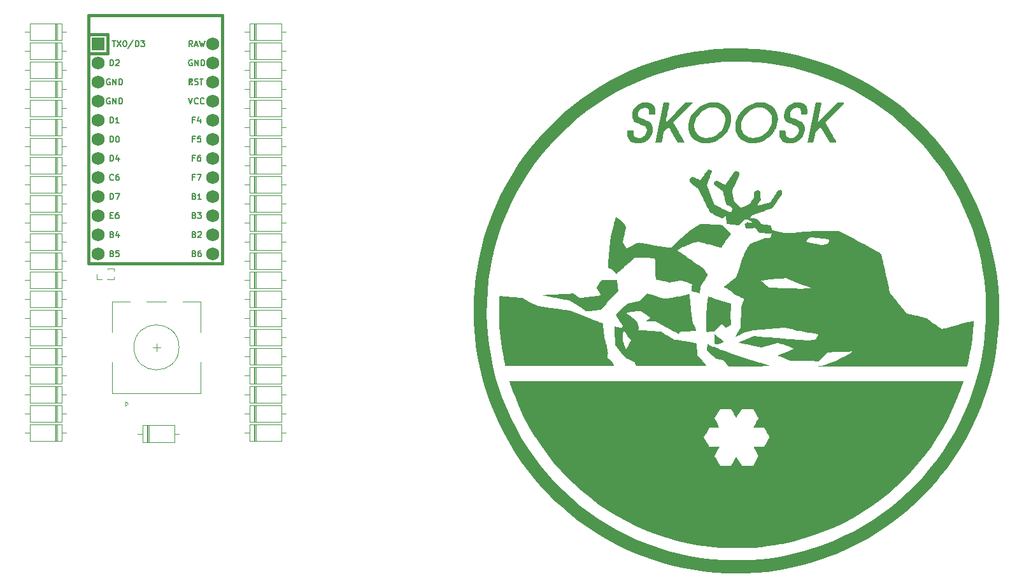
<source format=gbr>
%TF.GenerationSoftware,KiCad,Pcbnew,(6.0.7)*%
%TF.CreationDate,2022-11-26T03:04:16+01:00*%
%TF.ProjectId,skoosk pcb no leds rgb,736b6f6f-736b-4207-9063-62206e6f206c,rev?*%
%TF.SameCoordinates,Original*%
%TF.FileFunction,Legend,Top*%
%TF.FilePolarity,Positive*%
%FSLAX46Y46*%
G04 Gerber Fmt 4.6, Leading zero omitted, Abs format (unit mm)*
G04 Created by KiCad (PCBNEW (6.0.7)) date 2022-11-26 03:04:16*
%MOMM*%
%LPD*%
G01*
G04 APERTURE LIST*
%ADD10C,0.150000*%
%ADD11C,0.120000*%
%ADD12C,0.381000*%
%ADD13C,1.752600*%
%ADD14R,1.752600X1.752600*%
G04 APERTURE END LIST*
D10*
%TO.C,U1*%
X144202190Y-43077557D02*
X144316476Y-43115652D01*
X144354571Y-43153747D01*
X144392666Y-43229938D01*
X144392666Y-43344223D01*
X144354571Y-43420414D01*
X144316476Y-43458509D01*
X144240285Y-43496604D01*
X143935523Y-43496604D01*
X143935523Y-42696604D01*
X144202190Y-42696604D01*
X144278380Y-42734700D01*
X144316476Y-42772795D01*
X144354571Y-42848985D01*
X144354571Y-42925176D01*
X144316476Y-43001366D01*
X144278380Y-43039461D01*
X144202190Y-43077557D01*
X143935523Y-43077557D01*
X145078380Y-42696604D02*
X144926000Y-42696604D01*
X144849809Y-42734700D01*
X144811714Y-42772795D01*
X144735523Y-42887080D01*
X144697428Y-43039461D01*
X144697428Y-43344223D01*
X144735523Y-43420414D01*
X144773619Y-43458509D01*
X144849809Y-43496604D01*
X145002190Y-43496604D01*
X145078380Y-43458509D01*
X145116476Y-43420414D01*
X145154571Y-43344223D01*
X145154571Y-43153747D01*
X145116476Y-43077557D01*
X145078380Y-43039461D01*
X145002190Y-43001366D01*
X144849809Y-43001366D01*
X144773619Y-43039461D01*
X144735523Y-43077557D01*
X144697428Y-43153747D01*
X133013523Y-30796604D02*
X133013523Y-29996604D01*
X133204000Y-29996604D01*
X133318285Y-30034700D01*
X133394476Y-30110890D01*
X133432571Y-30187080D01*
X133470666Y-30339461D01*
X133470666Y-30453747D01*
X133432571Y-30606128D01*
X133394476Y-30682319D01*
X133318285Y-30758509D01*
X133204000Y-30796604D01*
X133013523Y-30796604D01*
X134156380Y-30263271D02*
X134156380Y-30796604D01*
X133965904Y-29958509D02*
X133775428Y-30529938D01*
X134270666Y-30529938D01*
X143459333Y-22376604D02*
X143726000Y-23176604D01*
X143992666Y-22376604D01*
X144716476Y-23100414D02*
X144678380Y-23138509D01*
X144564095Y-23176604D01*
X144487904Y-23176604D01*
X144373619Y-23138509D01*
X144297428Y-23062319D01*
X144259333Y-22986128D01*
X144221238Y-22833747D01*
X144221238Y-22719461D01*
X144259333Y-22567080D01*
X144297428Y-22490890D01*
X144373619Y-22414700D01*
X144487904Y-22376604D01*
X144564095Y-22376604D01*
X144678380Y-22414700D01*
X144716476Y-22452795D01*
X145516476Y-23100414D02*
X145478380Y-23138509D01*
X145364095Y-23176604D01*
X145287904Y-23176604D01*
X145173619Y-23138509D01*
X145097428Y-23062319D01*
X145059333Y-22986128D01*
X145021238Y-22833747D01*
X145021238Y-22719461D01*
X145059333Y-22567080D01*
X145097428Y-22490890D01*
X145173619Y-22414700D01*
X145287904Y-22376604D01*
X145364095Y-22376604D01*
X145478380Y-22414700D01*
X145516476Y-22452795D01*
X143916476Y-17334700D02*
X143840285Y-17296604D01*
X143726000Y-17296604D01*
X143611714Y-17334700D01*
X143535523Y-17410890D01*
X143497428Y-17487080D01*
X143459333Y-17639461D01*
X143459333Y-17753747D01*
X143497428Y-17906128D01*
X143535523Y-17982319D01*
X143611714Y-18058509D01*
X143726000Y-18096604D01*
X143802190Y-18096604D01*
X143916476Y-18058509D01*
X143954571Y-18020414D01*
X143954571Y-17753747D01*
X143802190Y-17753747D01*
X144297428Y-18096604D02*
X144297428Y-17296604D01*
X144754571Y-18096604D01*
X144754571Y-17296604D01*
X145135523Y-18096604D02*
X145135523Y-17296604D01*
X145326000Y-17296604D01*
X145440285Y-17334700D01*
X145516476Y-17410890D01*
X145554571Y-17487080D01*
X145592666Y-17639461D01*
X145592666Y-17753747D01*
X145554571Y-17906128D01*
X145516476Y-17982319D01*
X145440285Y-18058509D01*
X145326000Y-18096604D01*
X145135523Y-18096604D01*
X133051619Y-37997557D02*
X133318285Y-37997557D01*
X133432571Y-38416604D02*
X133051619Y-38416604D01*
X133051619Y-37616604D01*
X133432571Y-37616604D01*
X134118285Y-37616604D02*
X133965904Y-37616604D01*
X133889714Y-37654700D01*
X133851619Y-37692795D01*
X133775428Y-37807080D01*
X133737333Y-37959461D01*
X133737333Y-38264223D01*
X133775428Y-38340414D01*
X133813523Y-38378509D01*
X133889714Y-38416604D01*
X134042095Y-38416604D01*
X134118285Y-38378509D01*
X134156380Y-38340414D01*
X134194476Y-38264223D01*
X134194476Y-38073747D01*
X134156380Y-37997557D01*
X134118285Y-37959461D01*
X134042095Y-37921366D01*
X133889714Y-37921366D01*
X133813523Y-37959461D01*
X133775428Y-37997557D01*
X133737333Y-38073747D01*
X133470666Y-33260414D02*
X133432571Y-33298509D01*
X133318285Y-33336604D01*
X133242095Y-33336604D01*
X133127809Y-33298509D01*
X133051619Y-33222319D01*
X133013523Y-33146128D01*
X132975428Y-32993747D01*
X132975428Y-32879461D01*
X133013523Y-32727080D01*
X133051619Y-32650890D01*
X133127809Y-32574700D01*
X133242095Y-32536604D01*
X133318285Y-32536604D01*
X133432571Y-32574700D01*
X133470666Y-32612795D01*
X134156380Y-32536604D02*
X134004000Y-32536604D01*
X133927809Y-32574700D01*
X133889714Y-32612795D01*
X133813523Y-32727080D01*
X133775428Y-32879461D01*
X133775428Y-33184223D01*
X133813523Y-33260414D01*
X133851619Y-33298509D01*
X133927809Y-33336604D01*
X134080190Y-33336604D01*
X134156380Y-33298509D01*
X134194476Y-33260414D01*
X134232571Y-33184223D01*
X134232571Y-32993747D01*
X134194476Y-32917557D01*
X134156380Y-32879461D01*
X134080190Y-32841366D01*
X133927809Y-32841366D01*
X133851619Y-32879461D01*
X133813523Y-32917557D01*
X133775428Y-32993747D01*
X133013523Y-25716604D02*
X133013523Y-24916604D01*
X133204000Y-24916604D01*
X133318285Y-24954700D01*
X133394476Y-25030890D01*
X133432571Y-25107080D01*
X133470666Y-25259461D01*
X133470666Y-25373747D01*
X133432571Y-25526128D01*
X133394476Y-25602319D01*
X133318285Y-25678509D01*
X133204000Y-25716604D01*
X133013523Y-25716604D01*
X134232571Y-25716604D02*
X133775428Y-25716604D01*
X134004000Y-25716604D02*
X134004000Y-24916604D01*
X133927809Y-25030890D01*
X133851619Y-25107080D01*
X133775428Y-25145176D01*
X133013523Y-35876604D02*
X133013523Y-35076604D01*
X133204000Y-35076604D01*
X133318285Y-35114700D01*
X133394476Y-35190890D01*
X133432571Y-35267080D01*
X133470666Y-35419461D01*
X133470666Y-35533747D01*
X133432571Y-35686128D01*
X133394476Y-35762319D01*
X133318285Y-35838509D01*
X133204000Y-35876604D01*
X133013523Y-35876604D01*
X133737333Y-35076604D02*
X134270666Y-35076604D01*
X133927809Y-35876604D01*
X144259333Y-27837557D02*
X143992666Y-27837557D01*
X143992666Y-28256604D02*
X143992666Y-27456604D01*
X144373619Y-27456604D01*
X145059333Y-27456604D02*
X144678380Y-27456604D01*
X144640285Y-27837557D01*
X144678380Y-27799461D01*
X144754571Y-27761366D01*
X144945047Y-27761366D01*
X145021238Y-27799461D01*
X145059333Y-27837557D01*
X145097428Y-27913747D01*
X145097428Y-28104223D01*
X145059333Y-28180414D01*
X145021238Y-28218509D01*
X144945047Y-28256604D01*
X144754571Y-28256604D01*
X144678380Y-28218509D01*
X144640285Y-28180414D01*
X143973619Y-15556604D02*
X143706952Y-15175652D01*
X143516476Y-15556604D02*
X143516476Y-14756604D01*
X143821238Y-14756604D01*
X143897428Y-14794700D01*
X143935523Y-14832795D01*
X143973619Y-14908985D01*
X143973619Y-15023271D01*
X143935523Y-15099461D01*
X143897428Y-15137557D01*
X143821238Y-15175652D01*
X143516476Y-15175652D01*
X144278380Y-15328033D02*
X144659333Y-15328033D01*
X144202190Y-15556604D02*
X144468857Y-14756604D01*
X144735523Y-15556604D01*
X144926000Y-14756604D02*
X145116476Y-15556604D01*
X145268857Y-14985176D01*
X145421238Y-15556604D01*
X145611714Y-14756604D01*
X132994476Y-19874700D02*
X132918285Y-19836604D01*
X132804000Y-19836604D01*
X132689714Y-19874700D01*
X132613523Y-19950890D01*
X132575428Y-20027080D01*
X132537333Y-20179461D01*
X132537333Y-20293747D01*
X132575428Y-20446128D01*
X132613523Y-20522319D01*
X132689714Y-20598509D01*
X132804000Y-20636604D01*
X132880190Y-20636604D01*
X132994476Y-20598509D01*
X133032571Y-20560414D01*
X133032571Y-20293747D01*
X132880190Y-20293747D01*
X133375428Y-20636604D02*
X133375428Y-19836604D01*
X133832571Y-20636604D01*
X133832571Y-19836604D01*
X134213523Y-20636604D02*
X134213523Y-19836604D01*
X134404000Y-19836604D01*
X134518285Y-19874700D01*
X134594476Y-19950890D01*
X134632571Y-20027080D01*
X134670666Y-20179461D01*
X134670666Y-20293747D01*
X134632571Y-20446128D01*
X134594476Y-20522319D01*
X134518285Y-20598509D01*
X134404000Y-20636604D01*
X134213523Y-20636604D01*
X144264786Y-20568509D02*
X144379072Y-20606604D01*
X144569548Y-20606604D01*
X144645739Y-20568509D01*
X144683834Y-20530414D01*
X144721929Y-20454223D01*
X144721929Y-20378033D01*
X144683834Y-20301842D01*
X144645739Y-20263747D01*
X144569548Y-20225652D01*
X144417167Y-20187557D01*
X144340977Y-20149461D01*
X144302881Y-20111366D01*
X144264786Y-20035176D01*
X144264786Y-19958985D01*
X144302881Y-19882795D01*
X144340977Y-19844700D01*
X144417167Y-19806604D01*
X144607643Y-19806604D01*
X144721929Y-19844700D01*
X144950500Y-19806604D02*
X145407643Y-19806604D01*
X145179072Y-20606604D02*
X145179072Y-19806604D01*
X144259333Y-30377557D02*
X143992666Y-30377557D01*
X143992666Y-30796604D02*
X143992666Y-29996604D01*
X144373619Y-29996604D01*
X145021238Y-29996604D02*
X144868857Y-29996604D01*
X144792666Y-30034700D01*
X144754571Y-30072795D01*
X144678380Y-30187080D01*
X144640285Y-30339461D01*
X144640285Y-30644223D01*
X144678380Y-30720414D01*
X144716476Y-30758509D01*
X144792666Y-30796604D01*
X144945047Y-30796604D01*
X145021238Y-30758509D01*
X145059333Y-30720414D01*
X145097428Y-30644223D01*
X145097428Y-30453747D01*
X145059333Y-30377557D01*
X145021238Y-30339461D01*
X144945047Y-30301366D01*
X144792666Y-30301366D01*
X144716476Y-30339461D01*
X144678380Y-30377557D01*
X144640285Y-30453747D01*
X144202190Y-37997557D02*
X144316476Y-38035652D01*
X144354571Y-38073747D01*
X144392666Y-38149938D01*
X144392666Y-38264223D01*
X144354571Y-38340414D01*
X144316476Y-38378509D01*
X144240285Y-38416604D01*
X143935523Y-38416604D01*
X143935523Y-37616604D01*
X144202190Y-37616604D01*
X144278380Y-37654700D01*
X144316476Y-37692795D01*
X144354571Y-37768985D01*
X144354571Y-37845176D01*
X144316476Y-37921366D01*
X144278380Y-37959461D01*
X144202190Y-37997557D01*
X143935523Y-37997557D01*
X144659333Y-37616604D02*
X145154571Y-37616604D01*
X144887904Y-37921366D01*
X145002190Y-37921366D01*
X145078380Y-37959461D01*
X145116476Y-37997557D01*
X145154571Y-38073747D01*
X145154571Y-38264223D01*
X145116476Y-38340414D01*
X145078380Y-38378509D01*
X145002190Y-38416604D01*
X144773619Y-38416604D01*
X144697428Y-38378509D01*
X144659333Y-38340414D01*
X132994476Y-22414700D02*
X132918285Y-22376604D01*
X132804000Y-22376604D01*
X132689714Y-22414700D01*
X132613523Y-22490890D01*
X132575428Y-22567080D01*
X132537333Y-22719461D01*
X132537333Y-22833747D01*
X132575428Y-22986128D01*
X132613523Y-23062319D01*
X132689714Y-23138509D01*
X132804000Y-23176604D01*
X132880190Y-23176604D01*
X132994476Y-23138509D01*
X133032571Y-23100414D01*
X133032571Y-22833747D01*
X132880190Y-22833747D01*
X133375428Y-23176604D02*
X133375428Y-22376604D01*
X133832571Y-23176604D01*
X133832571Y-22376604D01*
X134213523Y-23176604D02*
X134213523Y-22376604D01*
X134404000Y-22376604D01*
X134518285Y-22414700D01*
X134594476Y-22490890D01*
X134632571Y-22567080D01*
X134670666Y-22719461D01*
X134670666Y-22833747D01*
X134632571Y-22986128D01*
X134594476Y-23062319D01*
X134518285Y-23138509D01*
X134404000Y-23176604D01*
X134213523Y-23176604D01*
X144259333Y-32917557D02*
X143992666Y-32917557D01*
X143992666Y-33336604D02*
X143992666Y-32536604D01*
X144373619Y-32536604D01*
X144602190Y-32536604D02*
X145135523Y-32536604D01*
X144792666Y-33336604D01*
X144202190Y-40537557D02*
X144316476Y-40575652D01*
X144354571Y-40613747D01*
X144392666Y-40689938D01*
X144392666Y-40804223D01*
X144354571Y-40880414D01*
X144316476Y-40918509D01*
X144240285Y-40956604D01*
X143935523Y-40956604D01*
X143935523Y-40156604D01*
X144202190Y-40156604D01*
X144278380Y-40194700D01*
X144316476Y-40232795D01*
X144354571Y-40308985D01*
X144354571Y-40385176D01*
X144316476Y-40461366D01*
X144278380Y-40499461D01*
X144202190Y-40537557D01*
X143935523Y-40537557D01*
X144697428Y-40232795D02*
X144735523Y-40194700D01*
X144811714Y-40156604D01*
X145002190Y-40156604D01*
X145078380Y-40194700D01*
X145116476Y-40232795D01*
X145154571Y-40308985D01*
X145154571Y-40385176D01*
X145116476Y-40499461D01*
X144659333Y-40956604D01*
X145154571Y-40956604D01*
X133280190Y-43077557D02*
X133394476Y-43115652D01*
X133432571Y-43153747D01*
X133470666Y-43229938D01*
X133470666Y-43344223D01*
X133432571Y-43420414D01*
X133394476Y-43458509D01*
X133318285Y-43496604D01*
X133013523Y-43496604D01*
X133013523Y-42696604D01*
X133280190Y-42696604D01*
X133356380Y-42734700D01*
X133394476Y-42772795D01*
X133432571Y-42848985D01*
X133432571Y-42925176D01*
X133394476Y-43001366D01*
X133356380Y-43039461D01*
X133280190Y-43077557D01*
X133013523Y-43077557D01*
X134194476Y-42696604D02*
X133813523Y-42696604D01*
X133775428Y-43077557D01*
X133813523Y-43039461D01*
X133889714Y-43001366D01*
X134080190Y-43001366D01*
X134156380Y-43039461D01*
X134194476Y-43077557D01*
X134232571Y-43153747D01*
X134232571Y-43344223D01*
X134194476Y-43420414D01*
X134156380Y-43458509D01*
X134080190Y-43496604D01*
X133889714Y-43496604D01*
X133813523Y-43458509D01*
X133775428Y-43420414D01*
X133302651Y-14756604D02*
X133759794Y-14756604D01*
X133531223Y-15556604D02*
X133531223Y-14756604D01*
X133950270Y-14756604D02*
X134483604Y-15556604D01*
X134483604Y-14756604D02*
X133950270Y-15556604D01*
X134940747Y-14756604D02*
X135016937Y-14756604D01*
X135093128Y-14794700D01*
X135131223Y-14832795D01*
X135169318Y-14908985D01*
X135207413Y-15061366D01*
X135207413Y-15251842D01*
X135169318Y-15404223D01*
X135131223Y-15480414D01*
X135093128Y-15518509D01*
X135016937Y-15556604D01*
X134940747Y-15556604D01*
X134864556Y-15518509D01*
X134826461Y-15480414D01*
X134788366Y-15404223D01*
X134750270Y-15251842D01*
X134750270Y-15061366D01*
X134788366Y-14908985D01*
X134826461Y-14832795D01*
X134864556Y-14794700D01*
X134940747Y-14756604D01*
X136121699Y-14718509D02*
X135435985Y-15747080D01*
X136388366Y-15556604D02*
X136388366Y-14756604D01*
X136578842Y-14756604D01*
X136693128Y-14794700D01*
X136769318Y-14870890D01*
X136807413Y-14947080D01*
X136845508Y-15099461D01*
X136845508Y-15213747D01*
X136807413Y-15366128D01*
X136769318Y-15442319D01*
X136693128Y-15518509D01*
X136578842Y-15556604D01*
X136388366Y-15556604D01*
X137112175Y-14756604D02*
X137607413Y-14756604D01*
X137340747Y-15061366D01*
X137455032Y-15061366D01*
X137531223Y-15099461D01*
X137569318Y-15137557D01*
X137607413Y-15213747D01*
X137607413Y-15404223D01*
X137569318Y-15480414D01*
X137531223Y-15518509D01*
X137455032Y-15556604D01*
X137226461Y-15556604D01*
X137150270Y-15518509D01*
X137112175Y-15480414D01*
X133013523Y-18096604D02*
X133013523Y-17296604D01*
X133204000Y-17296604D01*
X133318285Y-17334700D01*
X133394476Y-17410890D01*
X133432571Y-17487080D01*
X133470666Y-17639461D01*
X133470666Y-17753747D01*
X133432571Y-17906128D01*
X133394476Y-17982319D01*
X133318285Y-18058509D01*
X133204000Y-18096604D01*
X133013523Y-18096604D01*
X133775428Y-17372795D02*
X133813523Y-17334700D01*
X133889714Y-17296604D01*
X134080190Y-17296604D01*
X134156380Y-17334700D01*
X134194476Y-17372795D01*
X134232571Y-17448985D01*
X134232571Y-17525176D01*
X134194476Y-17639461D01*
X133737333Y-18096604D01*
X134232571Y-18096604D01*
X144259333Y-25297557D02*
X143992666Y-25297557D01*
X143992666Y-25716604D02*
X143992666Y-24916604D01*
X144373619Y-24916604D01*
X145021238Y-25183271D02*
X145021238Y-25716604D01*
X144830761Y-24878509D02*
X144640285Y-25449938D01*
X145135523Y-25449938D01*
X133280190Y-40537557D02*
X133394476Y-40575652D01*
X133432571Y-40613747D01*
X133470666Y-40689938D01*
X133470666Y-40804223D01*
X133432571Y-40880414D01*
X133394476Y-40918509D01*
X133318285Y-40956604D01*
X133013523Y-40956604D01*
X133013523Y-40156604D01*
X133280190Y-40156604D01*
X133356380Y-40194700D01*
X133394476Y-40232795D01*
X133432571Y-40308985D01*
X133432571Y-40385176D01*
X133394476Y-40461366D01*
X133356380Y-40499461D01*
X133280190Y-40537557D01*
X133013523Y-40537557D01*
X134156380Y-40423271D02*
X134156380Y-40956604D01*
X133965904Y-40118509D02*
X133775428Y-40689938D01*
X134270666Y-40689938D01*
X144202190Y-35457557D02*
X144316476Y-35495652D01*
X144354571Y-35533747D01*
X144392666Y-35609938D01*
X144392666Y-35724223D01*
X144354571Y-35800414D01*
X144316476Y-35838509D01*
X144240285Y-35876604D01*
X143935523Y-35876604D01*
X143935523Y-35076604D01*
X144202190Y-35076604D01*
X144278380Y-35114700D01*
X144316476Y-35152795D01*
X144354571Y-35228985D01*
X144354571Y-35305176D01*
X144316476Y-35381366D01*
X144278380Y-35419461D01*
X144202190Y-35457557D01*
X143935523Y-35457557D01*
X145154571Y-35876604D02*
X144697428Y-35876604D01*
X144926000Y-35876604D02*
X144926000Y-35076604D01*
X144849809Y-35190890D01*
X144773619Y-35267080D01*
X144697428Y-35305176D01*
X133013523Y-28256604D02*
X133013523Y-27456604D01*
X133204000Y-27456604D01*
X133318285Y-27494700D01*
X133394476Y-27570890D01*
X133432571Y-27647080D01*
X133470666Y-27799461D01*
X133470666Y-27913747D01*
X133432571Y-28066128D01*
X133394476Y-28142319D01*
X133318285Y-28218509D01*
X133204000Y-28256604D01*
X133013523Y-28256604D01*
X133965904Y-27456604D02*
X134042095Y-27456604D01*
X134118285Y-27494700D01*
X134156380Y-27532795D01*
X134194476Y-27608985D01*
X134232571Y-27761366D01*
X134232571Y-27951842D01*
X134194476Y-28104223D01*
X134156380Y-28180414D01*
X134118285Y-28218509D01*
X134042095Y-28256604D01*
X133965904Y-28256604D01*
X133889714Y-28218509D01*
X133851619Y-28180414D01*
X133813523Y-28104223D01*
X133775428Y-27951842D01*
X133775428Y-27761366D01*
X133813523Y-27608985D01*
X133851619Y-27532795D01*
X133889714Y-27494700D01*
X133965904Y-27456604D01*
D11*
%TO.C,SW2*%
X142192000Y-55562500D02*
G75*
G03*
X142192000Y-55562500I-3000000J0D01*
G01*
X133292000Y-49462500D02*
X135692000Y-49462500D01*
X135392000Y-63062500D02*
X135092000Y-63362500D01*
X133292000Y-53562500D02*
X133292000Y-49462500D01*
X135092000Y-62762500D02*
X135392000Y-63062500D01*
X145092000Y-49462500D02*
X145092000Y-53562500D01*
X137892000Y-49462500D02*
X140492000Y-49462500D01*
X133292000Y-57562500D02*
X133292000Y-61662500D01*
X145092000Y-57562500D02*
X145092000Y-61662500D01*
X135092000Y-63362500D02*
X135092000Y-62762500D01*
X142692000Y-49462500D02*
X145092000Y-49462500D01*
X138692000Y-55562500D02*
X139692000Y-55562500D01*
X139192000Y-56062500D02*
X139192000Y-55062500D01*
X133292000Y-61662500D02*
X145092000Y-61662500D01*
%TO.C,SW1*%
X132656257Y-45116315D02*
X133531257Y-45116315D01*
X131971257Y-46506315D02*
X131286257Y-46506315D01*
X133531257Y-45416822D02*
X133531257Y-45116315D01*
X132656257Y-45203039D02*
X132656257Y-45116315D01*
X133531257Y-46506315D02*
X133531257Y-46205808D01*
X132656257Y-46506315D02*
X133531257Y-46506315D01*
X131286257Y-46506315D02*
X131286257Y-45811315D01*
X132656257Y-46506315D02*
X132656257Y-46419591D01*
%TO.C,D28*%
X122340000Y-50569000D02*
X122340000Y-52809000D01*
X121690000Y-51689000D02*
X122340000Y-51689000D01*
X125740000Y-52809000D02*
X125740000Y-50569000D01*
X127230000Y-51689000D02*
X126580000Y-51689000D01*
X122340000Y-52809000D02*
X126580000Y-52809000D01*
X125860000Y-52809000D02*
X125860000Y-50569000D01*
X126580000Y-50569000D02*
X122340000Y-50569000D01*
X126580000Y-52809000D02*
X126580000Y-50569000D01*
X125980000Y-52809000D02*
X125980000Y-50569000D01*
%TO.C,U1*%
G36*
X143996568Y-20604060D02*
G01*
X143896568Y-20604060D01*
X143896568Y-20404060D01*
X143996568Y-20404060D01*
X143996568Y-20604060D01*
G37*
D10*
X143996568Y-20604060D02*
X143896568Y-20604060D01*
X143896568Y-20404060D01*
X143996568Y-20404060D01*
X143996568Y-20604060D01*
G36*
X143596568Y-20604060D02*
G01*
X143496568Y-20604060D01*
X143496568Y-19804060D01*
X143596568Y-19804060D01*
X143596568Y-20604060D01*
G37*
X143596568Y-20604060D02*
X143496568Y-20604060D01*
X143496568Y-19804060D01*
X143596568Y-19804060D01*
X143596568Y-20604060D01*
G36*
X143796568Y-20304060D02*
G01*
X143696568Y-20304060D01*
X143696568Y-20204060D01*
X143796568Y-20204060D01*
X143796568Y-20304060D01*
G37*
X143796568Y-20304060D02*
X143696568Y-20304060D01*
X143696568Y-20204060D01*
X143796568Y-20204060D01*
X143796568Y-20304060D01*
G36*
X143996568Y-20104060D02*
G01*
X143896568Y-20104060D01*
X143896568Y-19804060D01*
X143996568Y-19804060D01*
X143996568Y-20104060D01*
G37*
X143996568Y-20104060D02*
X143896568Y-20104060D01*
X143896568Y-19804060D01*
X143996568Y-19804060D01*
X143996568Y-20104060D01*
G36*
X143996568Y-19904060D02*
G01*
X143496568Y-19904060D01*
X143496568Y-19804060D01*
X143996568Y-19804060D01*
X143996568Y-19904060D01*
G37*
X143996568Y-19904060D02*
X143496568Y-19904060D01*
X143496568Y-19804060D01*
X143996568Y-19804060D01*
X143996568Y-19904060D01*
D12*
X147955000Y-13924700D02*
X147955000Y-11384700D01*
X147955000Y-44404700D02*
X147955000Y-13924700D01*
X132715000Y-13924700D02*
X132715000Y-16464700D01*
X130175000Y-11384700D02*
X130175000Y-13924700D01*
X147955000Y-11384700D02*
X130175000Y-11384700D01*
X132715000Y-16464700D02*
X130175000Y-16464700D01*
X130175000Y-13924700D02*
X130175000Y-44404700D01*
X130175000Y-44404700D02*
X147955000Y-44404700D01*
X132715000Y-13924700D02*
X130175000Y-13924700D01*
D11*
%TO.C,D3*%
X122340000Y-19789000D02*
X126580000Y-19789000D01*
X126580000Y-17549000D02*
X122340000Y-17549000D01*
X125740000Y-19789000D02*
X125740000Y-17549000D01*
X125980000Y-19789000D02*
X125980000Y-17549000D01*
X126580000Y-19789000D02*
X126580000Y-17549000D01*
X127230000Y-18669000D02*
X126580000Y-18669000D01*
X121690000Y-18669000D02*
X122340000Y-18669000D01*
X122340000Y-17549000D02*
X122340000Y-19789000D01*
X125860000Y-19789000D02*
X125860000Y-17549000D01*
%TO.C,D14*%
X125980000Y-32489000D02*
X125980000Y-30249000D01*
X125740000Y-32489000D02*
X125740000Y-30249000D01*
X122340000Y-30249000D02*
X122340000Y-32489000D01*
X127230000Y-31369000D02*
X126580000Y-31369000D01*
X126580000Y-32489000D02*
X126580000Y-30249000D01*
X122340000Y-32489000D02*
X126580000Y-32489000D01*
X125860000Y-32489000D02*
X125860000Y-30249000D01*
X121690000Y-31369000D02*
X122340000Y-31369000D01*
X126580000Y-30249000D02*
X122340000Y-30249000D01*
%TO.C,D43*%
X152270000Y-60729000D02*
X152270000Y-62969000D01*
X155790000Y-62969000D02*
X155790000Y-60729000D01*
X152150000Y-60729000D02*
X152150000Y-62969000D01*
X151550000Y-60729000D02*
X151550000Y-62969000D01*
X156440000Y-61849000D02*
X155790000Y-61849000D01*
X152390000Y-60729000D02*
X152390000Y-62969000D01*
X155790000Y-60729000D02*
X151550000Y-60729000D01*
X151550000Y-62969000D02*
X155790000Y-62969000D01*
X150900000Y-61849000D02*
X151550000Y-61849000D01*
%TO.C,D2*%
X127230000Y-16129000D02*
X126580000Y-16129000D01*
X122340000Y-17249000D02*
X126580000Y-17249000D01*
X125980000Y-17249000D02*
X125980000Y-15009000D01*
X125740000Y-17249000D02*
X125740000Y-15009000D01*
X126580000Y-17249000D02*
X126580000Y-15009000D01*
X125860000Y-17249000D02*
X125860000Y-15009000D01*
X122340000Y-15009000D02*
X122340000Y-17249000D01*
X121690000Y-16129000D02*
X122340000Y-16129000D01*
X126580000Y-15009000D02*
X122340000Y-15009000D01*
%TO.C,D23*%
X155790000Y-30249000D02*
X151550000Y-30249000D01*
X156440000Y-31369000D02*
X155790000Y-31369000D01*
X152270000Y-30249000D02*
X152270000Y-32489000D01*
X150900000Y-31369000D02*
X151550000Y-31369000D01*
X152150000Y-30249000D02*
X152150000Y-32489000D01*
X151550000Y-30249000D02*
X151550000Y-32489000D01*
X155790000Y-32489000D02*
X155790000Y-30249000D01*
X151550000Y-32489000D02*
X155790000Y-32489000D01*
X152390000Y-30249000D02*
X152390000Y-32489000D01*
%TO.C,D6*%
X125740000Y-27409000D02*
X125740000Y-25169000D01*
X126580000Y-25169000D02*
X122340000Y-25169000D01*
X127230000Y-26289000D02*
X126580000Y-26289000D01*
X122340000Y-25169000D02*
X122340000Y-27409000D01*
X121690000Y-26289000D02*
X122340000Y-26289000D01*
X125860000Y-27409000D02*
X125860000Y-25169000D01*
X125980000Y-27409000D02*
X125980000Y-25169000D01*
X126580000Y-27409000D02*
X126580000Y-25169000D01*
X122340000Y-27409000D02*
X126580000Y-27409000D01*
%TO.C,D34*%
X155790000Y-50269000D02*
X155790000Y-48029000D01*
X156440000Y-49149000D02*
X155790000Y-49149000D01*
X152150000Y-48029000D02*
X152150000Y-50269000D01*
X151550000Y-50269000D02*
X155790000Y-50269000D01*
X152270000Y-48029000D02*
X152270000Y-50269000D01*
X150900000Y-49149000D02*
X151550000Y-49149000D01*
X151550000Y-48029000D02*
X151550000Y-50269000D01*
X152390000Y-48029000D02*
X152390000Y-50269000D01*
X155790000Y-48029000D02*
X151550000Y-48029000D01*
%TO.C,D5*%
X122340000Y-24869000D02*
X126580000Y-24869000D01*
X125740000Y-24869000D02*
X125740000Y-22629000D01*
X125980000Y-24869000D02*
X125980000Y-22629000D01*
X121690000Y-23749000D02*
X122340000Y-23749000D01*
X125860000Y-24869000D02*
X125860000Y-22629000D01*
X126580000Y-24869000D02*
X126580000Y-22629000D01*
X126580000Y-22629000D02*
X122340000Y-22629000D01*
X122340000Y-22629000D02*
X122340000Y-24869000D01*
X127230000Y-23749000D02*
X126580000Y-23749000D01*
%TO.C,D40*%
X126580000Y-65809000D02*
X122340000Y-65809000D01*
X125980000Y-68049000D02*
X125980000Y-65809000D01*
X121690000Y-66929000D02*
X122340000Y-66929000D01*
X125860000Y-68049000D02*
X125860000Y-65809000D01*
X122340000Y-65809000D02*
X122340000Y-68049000D01*
X126580000Y-68049000D02*
X126580000Y-65809000D01*
X122340000Y-68049000D02*
X126580000Y-68049000D01*
X125740000Y-68049000D02*
X125740000Y-65809000D01*
X127230000Y-66929000D02*
X126580000Y-66929000D01*
%TO.C,D4*%
X125980000Y-22329000D02*
X125980000Y-20089000D01*
X126580000Y-20089000D02*
X122340000Y-20089000D01*
X125860000Y-22329000D02*
X125860000Y-20089000D01*
X122340000Y-20089000D02*
X122340000Y-22329000D01*
X122340000Y-22329000D02*
X126580000Y-22329000D01*
X126580000Y-22329000D02*
X126580000Y-20089000D01*
X127230000Y-21209000D02*
X126580000Y-21209000D01*
X121690000Y-21209000D02*
X122340000Y-21209000D01*
X125740000Y-22329000D02*
X125740000Y-20089000D01*
%TO.C,D24*%
X155790000Y-29949000D02*
X155790000Y-27709000D01*
X155790000Y-27709000D02*
X151550000Y-27709000D01*
X152270000Y-27709000D02*
X152270000Y-29949000D01*
X151550000Y-29949000D02*
X155790000Y-29949000D01*
X156440000Y-28829000D02*
X155790000Y-28829000D01*
X151550000Y-27709000D02*
X151550000Y-29949000D01*
X152390000Y-27709000D02*
X152390000Y-29949000D01*
X150900000Y-28829000D02*
X151550000Y-28829000D01*
X152150000Y-27709000D02*
X152150000Y-29949000D01*
%TO.C,D39*%
X125860000Y-65509000D02*
X125860000Y-63269000D01*
X125980000Y-65509000D02*
X125980000Y-63269000D01*
X126580000Y-65509000D02*
X126580000Y-63269000D01*
X127230000Y-64389000D02*
X126580000Y-64389000D01*
X122340000Y-65509000D02*
X126580000Y-65509000D01*
X121690000Y-64389000D02*
X122340000Y-64389000D01*
X122340000Y-63269000D02*
X122340000Y-65509000D01*
X126580000Y-63269000D02*
X122340000Y-63269000D01*
X125740000Y-65509000D02*
X125740000Y-63269000D01*
%TO.C,D27*%
X125740000Y-50269000D02*
X125740000Y-48029000D01*
X122340000Y-48029000D02*
X122340000Y-50269000D01*
X127230000Y-49149000D02*
X126580000Y-49149000D01*
X125860000Y-50269000D02*
X125860000Y-48029000D01*
X126580000Y-48029000D02*
X122340000Y-48029000D01*
X126580000Y-50269000D02*
X126580000Y-48029000D01*
X121690000Y-49149000D02*
X122340000Y-49149000D01*
X122340000Y-50269000D02*
X126580000Y-50269000D01*
X125980000Y-50269000D02*
X125980000Y-48029000D01*
%TO.C,D30*%
X125740000Y-57889000D02*
X125740000Y-55649000D01*
X121690000Y-56769000D02*
X122340000Y-56769000D01*
X127230000Y-56769000D02*
X126580000Y-56769000D01*
X122340000Y-57889000D02*
X126580000Y-57889000D01*
X126580000Y-57889000D02*
X126580000Y-55649000D01*
X122340000Y-55649000D02*
X122340000Y-57889000D01*
X125860000Y-57889000D02*
X125860000Y-55649000D01*
X126580000Y-55649000D02*
X122340000Y-55649000D01*
X125980000Y-57889000D02*
X125980000Y-55649000D01*
%TO.C,D22*%
X152270000Y-32789000D02*
X152270000Y-35029000D01*
X155790000Y-35029000D02*
X155790000Y-32789000D01*
X150900000Y-33909000D02*
X151550000Y-33909000D01*
X155790000Y-32789000D02*
X151550000Y-32789000D01*
X151550000Y-32789000D02*
X151550000Y-35029000D01*
X156440000Y-33909000D02*
X155790000Y-33909000D01*
X152150000Y-32789000D02*
X152150000Y-35029000D01*
X151550000Y-35029000D02*
X155790000Y-35029000D01*
X152390000Y-32789000D02*
X152390000Y-35029000D01*
%TO.C,D18*%
X127230000Y-41529000D02*
X126580000Y-41529000D01*
X122340000Y-42649000D02*
X126580000Y-42649000D01*
X126580000Y-40409000D02*
X122340000Y-40409000D01*
X126580000Y-42649000D02*
X126580000Y-40409000D01*
X121690000Y-41529000D02*
X122340000Y-41529000D01*
X125980000Y-42649000D02*
X125980000Y-40409000D01*
X125740000Y-42649000D02*
X125740000Y-40409000D01*
X122340000Y-40409000D02*
X122340000Y-42649000D01*
X125860000Y-42649000D02*
X125860000Y-40409000D01*
%TO.C,Gfront*%
G36*
X215857287Y-46529588D02*
G01*
X215974843Y-46436671D01*
X215984853Y-46428781D01*
X216118397Y-46316031D01*
X216225197Y-46211204D01*
X216292482Y-46127230D01*
X216304192Y-46105488D01*
X216325401Y-46049267D01*
X216365579Y-45936031D01*
X216422037Y-45773610D01*
X216492084Y-45569839D01*
X216573028Y-45332551D01*
X216662179Y-45069577D01*
X216756845Y-44788751D01*
X216770161Y-44749125D01*
X216867764Y-44459674D01*
X216962376Y-44181192D01*
X217050920Y-43922584D01*
X217130317Y-43692757D01*
X217197490Y-43500617D01*
X217249362Y-43355070D01*
X217282856Y-43265022D01*
X217284029Y-43262045D01*
X217392314Y-43008074D01*
X217522340Y-42733892D01*
X217662335Y-42462612D01*
X217800530Y-42217344D01*
X217887635Y-42076954D01*
X217938188Y-41999015D01*
X217981574Y-41935894D01*
X218025501Y-41883355D01*
X218077679Y-41837164D01*
X218145818Y-41793085D01*
X218237627Y-41746885D01*
X218360815Y-41694328D01*
X218523091Y-41631180D01*
X218732166Y-41553205D01*
X218864842Y-41504362D01*
X225511894Y-41504362D01*
X225628982Y-41531801D01*
X225790757Y-41567934D01*
X225987016Y-41610642D01*
X226207557Y-41657811D01*
X226442175Y-41707323D01*
X226680668Y-41757062D01*
X226912833Y-41804912D01*
X227128467Y-41848756D01*
X227317367Y-41886478D01*
X227469329Y-41915961D01*
X227574151Y-41935090D01*
X227620380Y-41941730D01*
X227707490Y-41935354D01*
X227835868Y-41914709D01*
X227980925Y-41883907D01*
X228013516Y-41875956D01*
X228203274Y-41828008D01*
X228337786Y-41790901D01*
X228428068Y-41758608D01*
X228485133Y-41725107D01*
X228519994Y-41684370D01*
X228543667Y-41630375D01*
X228561053Y-41576439D01*
X228607180Y-41424385D01*
X228631437Y-41324708D01*
X228634281Y-41265160D01*
X228616169Y-41233495D01*
X228577557Y-41217465D01*
X228574468Y-41216701D01*
X228470437Y-41195605D01*
X228311645Y-41168562D01*
X228111254Y-41137411D01*
X227882431Y-41103995D01*
X227638339Y-41070153D01*
X227392144Y-41037726D01*
X227157008Y-41008555D01*
X226946098Y-40984481D01*
X226825767Y-40972201D01*
X226578687Y-40948203D01*
X226389064Y-40931121D01*
X226246132Y-40923374D01*
X226139124Y-40927384D01*
X226057275Y-40945570D01*
X225989818Y-40980352D01*
X225925987Y-41034151D01*
X225855015Y-41109388D01*
X225766137Y-41208482D01*
X225763942Y-41210901D01*
X225661105Y-41325458D01*
X225579123Y-41419252D01*
X225526626Y-41482233D01*
X225511894Y-41504362D01*
X218864842Y-41504362D01*
X218995749Y-41456170D01*
X219062550Y-41431574D01*
X219256123Y-41357679D01*
X219449439Y-41279394D01*
X219622545Y-41205083D01*
X219755486Y-41143110D01*
X219777528Y-41131875D01*
X219904999Y-41068384D01*
X220002291Y-41032424D01*
X220098457Y-41017376D01*
X220222550Y-41016619D01*
X220275511Y-41018413D01*
X220470780Y-41022441D01*
X220610810Y-41014450D01*
X220708296Y-40990145D01*
X220775933Y-40945233D01*
X220826416Y-40875418D01*
X220852153Y-40823343D01*
X220892197Y-40720697D01*
X220935672Y-40586983D01*
X220978112Y-40439272D01*
X221015052Y-40294635D01*
X221042026Y-40170143D01*
X221054567Y-40082869D01*
X221053149Y-40054973D01*
X221040533Y-40065406D01*
X221019616Y-40129129D01*
X220995339Y-40230505D01*
X220968925Y-40342409D01*
X220944720Y-40423688D01*
X220929335Y-40454941D01*
X220888676Y-40455528D01*
X220795844Y-40448086D01*
X220666382Y-40434036D01*
X220570497Y-40422105D01*
X220391328Y-40401590D01*
X220175100Y-40381060D01*
X219953067Y-40363311D01*
X219808388Y-40353895D01*
X219384362Y-40329738D01*
X219093037Y-39958408D01*
X218984886Y-39823476D01*
X218889927Y-39710446D01*
X218816755Y-39629150D01*
X218773967Y-39589422D01*
X218768387Y-39587079D01*
X218719564Y-39601556D01*
X218636523Y-39637919D01*
X218601042Y-39655450D01*
X218533410Y-39684857D01*
X218457147Y-39704567D01*
X218357281Y-39716357D01*
X218218841Y-39722007D01*
X218029793Y-39723298D01*
X217861283Y-39721170D01*
X217716233Y-39715734D01*
X217609072Y-39707786D01*
X217554227Y-39698121D01*
X217551970Y-39696963D01*
X217497657Y-39626311D01*
X217453019Y-39491483D01*
X217423508Y-39328203D01*
X217399794Y-39154791D01*
X217560295Y-39023272D01*
X217720797Y-38891753D01*
X218018579Y-38948837D01*
X218203708Y-38982339D01*
X218332615Y-39000174D01*
X218415493Y-39002925D01*
X218462534Y-38991175D01*
X218479283Y-38975149D01*
X218458888Y-38947608D01*
X218386607Y-38898317D01*
X218273170Y-38832979D01*
X218129309Y-38757297D01*
X217965757Y-38676971D01*
X217793244Y-38597705D01*
X217666050Y-38543051D01*
X217431865Y-38445776D01*
X217375471Y-38516879D01*
X217270834Y-38644142D01*
X217150944Y-38782525D01*
X217024872Y-38922429D01*
X216901687Y-39054256D01*
X216790458Y-39168406D01*
X216700255Y-39255279D01*
X216640147Y-39305277D01*
X216622721Y-39313598D01*
X216567297Y-39309788D01*
X216459271Y-39299261D01*
X216310184Y-39283376D01*
X216131579Y-39263492D01*
X215934996Y-39240970D01*
X215731977Y-39217169D01*
X215534063Y-39193449D01*
X215352796Y-39171169D01*
X215199717Y-39151689D01*
X215086367Y-39136369D01*
X215024288Y-39126569D01*
X215016167Y-39124335D01*
X215008741Y-39087890D01*
X214996236Y-38995070D01*
X214980052Y-38857562D01*
X214961589Y-38687054D01*
X214948951Y-38563285D01*
X214929156Y-38378635D01*
X214909583Y-38220471D01*
X214891849Y-38100147D01*
X214877571Y-38029018D01*
X214870789Y-38014535D01*
X214838956Y-38038614D01*
X214775384Y-38102510D01*
X214692340Y-38193713D01*
X214669683Y-38219650D01*
X214578402Y-38316638D01*
X214496585Y-38388878D01*
X214439209Y-38423482D01*
X214431317Y-38424764D01*
X214376942Y-38409081D01*
X214273496Y-38365701D01*
X214131677Y-38300128D01*
X213962181Y-38217866D01*
X213775708Y-38124420D01*
X213582954Y-38025294D01*
X213394618Y-37925993D01*
X213221396Y-37832020D01*
X213073988Y-37748880D01*
X212963090Y-37682076D01*
X212899400Y-37637114D01*
X212897929Y-37635797D01*
X212830569Y-37560131D01*
X212744888Y-37443742D01*
X212654829Y-37306185D01*
X212612138Y-37234931D01*
X212516286Y-37063005D01*
X212398293Y-36841323D01*
X212264384Y-36582341D01*
X212120783Y-36298515D01*
X211973713Y-36002299D01*
X211829398Y-35706150D01*
X211694062Y-35422522D01*
X211573929Y-35163870D01*
X211541174Y-35091655D01*
X211461509Y-34916659D01*
X211389594Y-34762098D01*
X211330891Y-34639446D01*
X211290859Y-34560177D01*
X211277267Y-34537129D01*
X211241401Y-34504501D01*
X211159803Y-34436981D01*
X211040935Y-34341356D01*
X210893262Y-34224414D01*
X210725249Y-34092944D01*
X210666590Y-34047378D01*
X210088795Y-33599367D01*
X210089171Y-33439589D01*
X210094590Y-33259263D01*
X210113308Y-33132724D01*
X210150512Y-33045867D01*
X210211389Y-32984590D01*
X210269169Y-32950228D01*
X210369243Y-32910721D01*
X210456271Y-32895269D01*
X210478076Y-32897240D01*
X210534382Y-32915756D01*
X210640577Y-32955401D01*
X210783414Y-33011065D01*
X210949645Y-33077636D01*
X211023696Y-33107800D01*
X211189818Y-33174515D01*
X211332443Y-33229329D01*
X211440224Y-33268075D01*
X211501817Y-33286587D01*
X211511682Y-33287027D01*
X211534785Y-33256202D01*
X211591807Y-33177501D01*
X211677093Y-33058803D01*
X211784992Y-32907989D01*
X211909850Y-32732939D01*
X211997703Y-32609501D01*
X212150452Y-32395927D01*
X212270451Y-32231756D01*
X212363630Y-32110010D01*
X212435915Y-32023711D01*
X212493233Y-31965881D01*
X212541513Y-31929542D01*
X212586680Y-31907717D01*
X212596862Y-31904145D01*
X212678123Y-31882548D01*
X212746190Y-31885063D01*
X212829139Y-31915785D01*
X212893773Y-31947453D01*
X212987077Y-32002680D01*
X213048523Y-32054284D01*
X213062953Y-32080776D01*
X213051769Y-32124227D01*
X213020185Y-32223290D01*
X212971151Y-32369321D01*
X212907620Y-32553673D01*
X212832543Y-32767699D01*
X212748873Y-33002753D01*
X212735453Y-33040155D01*
X212407952Y-33951941D01*
X212548168Y-34371785D01*
X212588470Y-34488359D01*
X212645122Y-34646484D01*
X212714729Y-34837179D01*
X212793895Y-35051461D01*
X212879224Y-35280347D01*
X212967319Y-35514856D01*
X213054785Y-35746005D01*
X213138226Y-35964813D01*
X213214246Y-36162295D01*
X213279449Y-36329472D01*
X213330439Y-36457359D01*
X213363819Y-36536976D01*
X213375381Y-36559730D01*
X213415107Y-36583289D01*
X213506980Y-36631574D01*
X213641423Y-36699906D01*
X213808858Y-36783605D01*
X213999707Y-36877992D01*
X214204392Y-36978388D01*
X214413335Y-37080116D01*
X214616959Y-37178494D01*
X214805684Y-37268845D01*
X214969935Y-37346489D01*
X215100132Y-37406748D01*
X215186698Y-37444942D01*
X215191212Y-37446806D01*
X215362463Y-37517513D01*
X215481384Y-37562915D01*
X215560076Y-37580583D01*
X215610638Y-37568087D01*
X215645172Y-37522998D01*
X215675777Y-37442887D01*
X215708579Y-37342948D01*
X215745728Y-37232063D01*
X215767075Y-37148218D01*
X215766201Y-37081773D01*
X215736684Y-37023084D01*
X215672104Y-36962512D01*
X215566040Y-36890413D01*
X215412069Y-36797146D01*
X215301266Y-36731326D01*
X215179535Y-36660342D01*
X215084278Y-36603896D01*
X215010686Y-36552965D01*
X214953948Y-36498526D01*
X214909256Y-36431554D01*
X214871800Y-36343027D01*
X214836771Y-36223922D01*
X214799359Y-36065214D01*
X214754755Y-35857880D01*
X214700645Y-35604441D01*
X214654425Y-35395384D01*
X214609918Y-35203007D01*
X214570167Y-35039792D01*
X214538214Y-34918221D01*
X214517100Y-34850776D01*
X214516724Y-34849858D01*
X214459353Y-34767523D01*
X214352405Y-34666284D01*
X214238087Y-34578681D01*
X214111246Y-34487393D01*
X213953009Y-34371133D01*
X213786111Y-34246700D01*
X213669750Y-34158741D01*
X213336439Y-33904923D01*
X213336439Y-33738141D01*
X213340972Y-33634064D01*
X213364937Y-33569232D01*
X213423882Y-33514628D01*
X213474927Y-33479713D01*
X213577419Y-33424443D01*
X213674245Y-33392036D01*
X213705681Y-33388458D01*
X213767902Y-33405440D01*
X213877036Y-33452397D01*
X214021573Y-33523796D01*
X214189998Y-33614103D01*
X214276547Y-33662885D01*
X214479092Y-33776151D01*
X214629695Y-33853890D01*
X214733363Y-33898408D01*
X214795104Y-33912011D01*
X214810375Y-33908748D01*
X214851192Y-33870170D01*
X214919347Y-33787284D01*
X215004722Y-33672983D01*
X215081675Y-33563101D01*
X215318236Y-33216787D01*
X215520211Y-32924072D01*
X215690359Y-32681285D01*
X215831440Y-32484754D01*
X215946214Y-32330808D01*
X216037439Y-32215774D01*
X216107875Y-32135981D01*
X216160280Y-32087757D01*
X216197415Y-32067430D01*
X216206568Y-32066218D01*
X216269251Y-32082313D01*
X216369313Y-32123649D01*
X216485799Y-32179798D01*
X216597757Y-32240333D01*
X216684232Y-32294828D01*
X216713236Y-32318346D01*
X216726791Y-32376467D01*
X216709395Y-32488806D01*
X216663182Y-32649745D01*
X216590291Y-32853671D01*
X216492858Y-33094969D01*
X216373020Y-33368024D01*
X216232914Y-33667221D01*
X216088843Y-33958983D01*
X215968496Y-34195086D01*
X215874467Y-34380611D01*
X215804922Y-34527283D01*
X215758025Y-34646831D01*
X215731943Y-34750981D01*
X215724840Y-34851460D01*
X215734881Y-34959996D01*
X215760233Y-35088317D01*
X215799061Y-35248148D01*
X215849529Y-35451218D01*
X215853098Y-35465903D01*
X215894907Y-35643981D01*
X215929986Y-35804244D01*
X215955321Y-35932091D01*
X215967901Y-36012919D01*
X215968741Y-36026465D01*
X215982606Y-36072080D01*
X216027555Y-36138850D01*
X216108618Y-36232551D01*
X216230827Y-36358954D01*
X216399211Y-36523835D01*
X216417102Y-36541046D01*
X216561797Y-36679214D01*
X216690228Y-36800209D01*
X216794041Y-36896295D01*
X216864882Y-36959733D01*
X216893859Y-36982651D01*
X216933472Y-36973791D01*
X217024865Y-36942390D01*
X217156874Y-36892614D01*
X217318338Y-36828629D01*
X217439916Y-36778858D01*
X217957576Y-36564284D01*
X218188043Y-36255291D01*
X218298053Y-36104207D01*
X218407611Y-35947652D01*
X218500987Y-35808379D01*
X218543962Y-35740510D01*
X218605643Y-35634803D01*
X218642903Y-35550570D01*
X218661862Y-35463473D01*
X218668640Y-35349177D01*
X218669414Y-35241611D01*
X218669414Y-34948500D01*
X218878927Y-34780777D01*
X218994734Y-34691964D01*
X219079580Y-34643763D01*
X219153989Y-34631798D01*
X219238488Y-34651694D01*
X219323455Y-34686021D01*
X219369786Y-34707836D01*
X219405455Y-34734226D01*
X219432463Y-34774164D01*
X219452807Y-34836622D01*
X219468487Y-34930571D01*
X219481503Y-35064983D01*
X219493854Y-35248831D01*
X219507538Y-35491086D01*
X219509063Y-35518977D01*
X219530536Y-35912113D01*
X219322182Y-36242438D01*
X219239283Y-36376650D01*
X219172024Y-36490839D01*
X219127806Y-36572079D01*
X219113828Y-36606278D01*
X219141066Y-36646480D01*
X219164178Y-36659112D01*
X219216923Y-36658416D01*
X219323725Y-36641413D01*
X219472990Y-36610889D01*
X219653122Y-36569629D01*
X219852528Y-36520418D01*
X220059611Y-36466040D01*
X220262778Y-36409281D01*
X220450434Y-36352926D01*
X220486479Y-36341501D01*
X220815576Y-36236082D01*
X221122508Y-35766426D01*
X221244086Y-35578656D01*
X221368989Y-35382768D01*
X221485024Y-35198072D01*
X221580001Y-35043879D01*
X221607459Y-34998267D01*
X221693139Y-34857762D01*
X221761594Y-34763785D01*
X221830324Y-34703972D01*
X221916831Y-34665953D01*
X222038614Y-34637364D01*
X222145824Y-34617829D01*
X222208135Y-34610557D01*
X222248529Y-34625623D01*
X222281612Y-34676753D01*
X222321987Y-34777673D01*
X222325300Y-34786518D01*
X222363354Y-34893709D01*
X222388903Y-34976171D01*
X222395659Y-35008835D01*
X222388093Y-35045094D01*
X222363348Y-35102616D01*
X222318352Y-35186424D01*
X222250033Y-35301542D01*
X222155320Y-35452991D01*
X222031141Y-35645796D01*
X221874424Y-35884979D01*
X221683496Y-36173459D01*
X221101318Y-37050149D01*
X220816927Y-37143714D01*
X220554131Y-37230874D01*
X220275910Y-37324398D01*
X219989803Y-37421641D01*
X219703350Y-37519956D01*
X219424091Y-37616698D01*
X219159567Y-37709221D01*
X218917316Y-37794878D01*
X218704878Y-37871025D01*
X218529795Y-37935015D01*
X218399605Y-37984201D01*
X218321848Y-38015939D01*
X218303074Y-38025881D01*
X218262813Y-38080418D01*
X218212012Y-38168796D01*
X218194886Y-38202621D01*
X218163802Y-38270718D01*
X218153975Y-38318721D01*
X218174090Y-38351151D01*
X218232831Y-38372530D01*
X218338881Y-38387379D01*
X218500925Y-38400218D01*
X218585414Y-38405941D01*
X218777053Y-38418878D01*
X218916043Y-38433233D01*
X219017775Y-38457157D01*
X219097640Y-38498802D01*
X219171027Y-38566322D01*
X219253327Y-38667869D01*
X219359930Y-38811596D01*
X219365546Y-38819187D01*
X219466024Y-38952606D01*
X219552767Y-39063432D01*
X219617464Y-39141355D01*
X219651800Y-39176069D01*
X219654087Y-39176933D01*
X219695223Y-39179433D01*
X219791210Y-39186223D01*
X219928734Y-39196336D01*
X220094477Y-39208802D01*
X220136455Y-39211997D01*
X220407649Y-39240142D01*
X220624141Y-39278547D01*
X220782280Y-39326213D01*
X220878417Y-39382138D01*
X220906089Y-39422953D01*
X220921912Y-39475132D01*
X220951565Y-39573817D01*
X220989337Y-39699993D01*
X220999334Y-39733453D01*
X221036790Y-39851531D01*
X221067461Y-39934689D01*
X221086315Y-39969772D01*
X221089175Y-39968308D01*
X221124079Y-39962918D01*
X221207026Y-39976947D01*
X221321471Y-40007389D01*
X221345929Y-40014944D01*
X221467167Y-40050502D01*
X221636344Y-40096413D01*
X221834750Y-40147776D01*
X222043674Y-40199693D01*
X222139266Y-40222674D01*
X222339342Y-40268979D01*
X222509327Y-40304008D01*
X222662188Y-40328311D01*
X222810891Y-40342437D01*
X222968404Y-40346936D01*
X223147692Y-40342357D01*
X223361723Y-40329250D01*
X223623463Y-40308164D01*
X223797274Y-40292936D01*
X225426060Y-40169885D01*
X227010140Y-40094387D01*
X228553744Y-40066246D01*
X228685342Y-40066031D01*
X229864258Y-40065679D01*
X231898801Y-41130838D01*
X232444061Y-41416477D01*
X232931867Y-41672463D01*
X233365465Y-41900609D01*
X233748101Y-42102728D01*
X234083021Y-42280632D01*
X234373471Y-42436134D01*
X234622697Y-42571047D01*
X234833946Y-42687184D01*
X235010464Y-42786358D01*
X235155497Y-42870381D01*
X235272291Y-42941067D01*
X235364092Y-43000228D01*
X235434147Y-43049678D01*
X235485701Y-43091228D01*
X235522001Y-43126691D01*
X235546293Y-43157882D01*
X235555095Y-43172711D01*
X235569217Y-43218628D01*
X235595853Y-43324231D01*
X235633359Y-43482319D01*
X235680092Y-43685686D01*
X235734408Y-43927131D01*
X235794665Y-44199449D01*
X235859220Y-44495438D01*
X235900043Y-44684711D01*
X236041853Y-45342695D01*
X236170567Y-45935145D01*
X236286149Y-46461897D01*
X236388560Y-46922787D01*
X236477763Y-47317648D01*
X236553720Y-47646318D01*
X236616394Y-47908631D01*
X236665747Y-48104422D01*
X236701741Y-48233527D01*
X236724338Y-48295782D01*
X236726363Y-48299059D01*
X236755803Y-48337342D01*
X236823599Y-48423818D01*
X236925545Y-48553170D01*
X237057435Y-48720080D01*
X237215062Y-48919233D01*
X237394222Y-49145311D01*
X237590708Y-49392998D01*
X237800315Y-49656977D01*
X237858013Y-49729601D01*
X238945267Y-51097936D01*
X239857879Y-51275262D01*
X240124298Y-51328208D01*
X240391416Y-51383427D01*
X240644974Y-51437814D01*
X240870710Y-51488264D01*
X241054362Y-51531674D01*
X241157287Y-51558120D01*
X241544084Y-51663652D01*
X242167022Y-52129201D01*
X242463992Y-52349763D01*
X242735739Y-52548855D01*
X242977915Y-52723436D01*
X243186172Y-52870461D01*
X243356164Y-52986888D01*
X243483542Y-53069674D01*
X243563959Y-53115776D01*
X243589130Y-53124629D01*
X243628600Y-53116089D01*
X243728426Y-53091456D01*
X243882891Y-53052216D01*
X244086278Y-52999855D01*
X244332869Y-52935856D01*
X244616947Y-52861705D01*
X244932794Y-52778886D01*
X245274694Y-52688884D01*
X245636928Y-52593185D01*
X245713858Y-52572818D01*
X246078871Y-52476595D01*
X246424255Y-52386419D01*
X246744364Y-52303707D01*
X247033550Y-52229876D01*
X247286165Y-52166344D01*
X247496560Y-52114530D01*
X247659089Y-52075850D01*
X247768103Y-52051722D01*
X247817954Y-52043564D01*
X247820413Y-52044045D01*
X247826127Y-52085087D01*
X247826507Y-52184726D01*
X247822120Y-52333444D01*
X247813532Y-52521720D01*
X247801312Y-52740037D01*
X247786026Y-52978874D01*
X247768241Y-53228713D01*
X247748526Y-53480035D01*
X247727446Y-53723321D01*
X247708772Y-53917745D01*
X247645995Y-54472416D01*
X247566938Y-55065704D01*
X247474752Y-55678289D01*
X247372585Y-56290853D01*
X247263587Y-56884079D01*
X247150906Y-57438647D01*
X247089905Y-57714064D01*
X246997932Y-58115747D01*
X236893229Y-58111490D01*
X235909417Y-58111065D01*
X234991816Y-58110640D01*
X234138267Y-58110200D01*
X233346609Y-58109730D01*
X232614682Y-58109217D01*
X231940327Y-58108647D01*
X231321383Y-58108004D01*
X230755690Y-58107276D01*
X230241088Y-58106448D01*
X229775417Y-58105505D01*
X229356518Y-58104434D01*
X228982229Y-58103221D01*
X228650392Y-58101850D01*
X228358845Y-58100309D01*
X228105430Y-58098582D01*
X227887985Y-58096656D01*
X227704351Y-58094516D01*
X227552368Y-58092149D01*
X227429876Y-58089539D01*
X227334715Y-58086674D01*
X227264724Y-58083538D01*
X227217744Y-58080118D01*
X227191615Y-58076400D01*
X227184176Y-58072368D01*
X227193267Y-58068009D01*
X227216730Y-58063310D01*
X227252402Y-58058255D01*
X227298126Y-58052830D01*
X227335497Y-58048748D01*
X227559837Y-58023115D01*
X227731408Y-57998799D01*
X227865663Y-57972591D01*
X227978054Y-57941286D01*
X228084033Y-57901675D01*
X228121769Y-57885563D01*
X228226539Y-57840955D01*
X228381183Y-57776732D01*
X228572020Y-57698496D01*
X228785372Y-57611847D01*
X229007560Y-57522385D01*
X229061877Y-57500640D01*
X229514767Y-57313410D01*
X229944670Y-57123610D01*
X230344875Y-56934690D01*
X230708672Y-56750101D01*
X231029352Y-56573294D01*
X231300203Y-56407719D01*
X231514515Y-56256829D01*
X231574528Y-56208460D01*
X231677085Y-56122125D01*
X231044649Y-56144357D01*
X230833382Y-56151300D01*
X230571261Y-56159154D01*
X230275788Y-56167440D01*
X229964468Y-56175677D01*
X229654802Y-56183388D01*
X229420827Y-56188836D01*
X228429441Y-56211082D01*
X227218621Y-57397846D01*
X226268580Y-57395333D01*
X225949377Y-57393427D01*
X225587991Y-57389502D01*
X225209493Y-57383943D01*
X224838950Y-57377137D01*
X224501433Y-57369472D01*
X224378431Y-57366171D01*
X223438324Y-57339522D01*
X222840073Y-57097633D01*
X222530081Y-56971305D01*
X222280454Y-56867252D01*
X222087530Y-56783764D01*
X221947647Y-56719133D01*
X221857143Y-56671648D01*
X221812357Y-56639601D01*
X221809627Y-56621282D01*
X221814467Y-56618866D01*
X221944200Y-56570494D01*
X222111905Y-56506271D01*
X222308483Y-56429840D01*
X222524838Y-56344844D01*
X222751874Y-56254927D01*
X222980493Y-56163733D01*
X223201600Y-56074906D01*
X223406096Y-55992089D01*
X223584887Y-55918925D01*
X223728874Y-55859059D01*
X223828961Y-55816133D01*
X223876052Y-55793792D01*
X223878169Y-55792267D01*
X223891228Y-55745479D01*
X223864180Y-55709756D01*
X223815966Y-55682832D01*
X223713073Y-55637441D01*
X223565489Y-55577321D01*
X223383202Y-55506208D01*
X223176197Y-55427840D01*
X222954464Y-55345954D01*
X222727988Y-55264286D01*
X222506757Y-55186575D01*
X222300758Y-55116557D01*
X222134633Y-55062574D01*
X221753956Y-54942527D01*
X219624344Y-55562673D01*
X218369154Y-55300084D01*
X218071118Y-55237961D01*
X217781690Y-55178058D01*
X217510708Y-55122380D01*
X217268010Y-55072932D01*
X217063435Y-55031719D01*
X216906820Y-55000747D01*
X216813173Y-54982952D01*
X216681734Y-54957992D01*
X216581839Y-54936861D01*
X216527902Y-54922718D01*
X216522594Y-54919315D01*
X216555720Y-54905182D01*
X216645101Y-54869217D01*
X216783265Y-54814369D01*
X216962744Y-54743586D01*
X217176068Y-54659816D01*
X217415768Y-54566006D01*
X217598703Y-54494599D01*
X218664600Y-54078976D01*
X219273804Y-54130948D01*
X219422385Y-54143342D01*
X219630625Y-54160297D01*
X219890012Y-54181139D01*
X220192033Y-54205193D01*
X220528177Y-54231787D01*
X220889931Y-54260245D01*
X221268784Y-54289893D01*
X221656223Y-54320058D01*
X221917058Y-54340274D01*
X222318491Y-54371414D01*
X222727407Y-54403292D01*
X223133735Y-54435112D01*
X223527401Y-54466080D01*
X223898333Y-54495400D01*
X224236459Y-54522278D01*
X224531706Y-54545917D01*
X224774003Y-54565523D01*
X224874124Y-54573729D01*
X225150003Y-54596293D01*
X225369180Y-54613271D01*
X225543087Y-54624775D01*
X225683157Y-54630922D01*
X225800820Y-54631826D01*
X225907508Y-54627603D01*
X226014654Y-54618367D01*
X226133689Y-54604233D01*
X226258647Y-54587662D01*
X226435067Y-54563403D01*
X226592306Y-54540868D01*
X226715211Y-54522292D01*
X226788629Y-54509914D01*
X226796283Y-54508324D01*
X226844169Y-54472760D01*
X226905343Y-54393482D01*
X226972253Y-54285403D01*
X227037348Y-54163438D01*
X227093074Y-54042502D01*
X227131881Y-53937508D01*
X227146216Y-53863372D01*
X227136246Y-53836925D01*
X227072489Y-53814916D01*
X226950375Y-53785277D01*
X226779272Y-53749772D01*
X226568545Y-53710169D01*
X226327561Y-53668234D01*
X226065686Y-53625733D01*
X225814232Y-53587631D01*
X225457193Y-53533048D01*
X225122236Y-53476359D01*
X224792806Y-53414228D01*
X224452348Y-53343323D01*
X224084306Y-53260307D01*
X223672126Y-53161847D01*
X223542933Y-53130165D01*
X222754609Y-52935914D01*
X222344380Y-52977674D01*
X222222469Y-52989306D01*
X222041822Y-53005470D01*
X221811869Y-53025372D01*
X221542036Y-53048219D01*
X221241753Y-53073215D01*
X220920447Y-53099568D01*
X220587548Y-53126482D01*
X220395793Y-53141804D01*
X219940560Y-53177906D01*
X219546594Y-53209465D01*
X219207048Y-53237857D01*
X218915073Y-53264458D01*
X218663822Y-53290641D01*
X218446447Y-53317781D01*
X218256100Y-53347254D01*
X218085934Y-53380434D01*
X217929101Y-53418696D01*
X217778752Y-53463415D01*
X217628041Y-53515966D01*
X217470120Y-53577724D01*
X217298139Y-53650062D01*
X217105253Y-53734358D01*
X216884613Y-53831984D01*
X216823384Y-53859045D01*
X216633615Y-53942728D01*
X216463419Y-54017583D01*
X216323439Y-54078944D01*
X216224318Y-54122147D01*
X216176699Y-54142528D01*
X216176079Y-54142777D01*
X216161098Y-54129676D01*
X216184789Y-54065497D01*
X216222854Y-53993903D01*
X216274824Y-53901939D01*
X216350899Y-53766551D01*
X216441931Y-53604053D01*
X216538770Y-53430760D01*
X216566519Y-53381022D01*
X216814353Y-52936608D01*
X216870903Y-51996500D01*
X216886363Y-51723275D01*
X216900152Y-51448471D01*
X216911667Y-51186639D01*
X216920307Y-50952328D01*
X216925472Y-50760090D01*
X216926697Y-50646725D01*
X216925941Y-50237057D01*
X217122172Y-49662429D01*
X217192899Y-49452722D01*
X217242344Y-49298371D01*
X217272634Y-49190493D01*
X217285894Y-49120204D01*
X217284249Y-49078620D01*
X217269826Y-49056858D01*
X217267461Y-49055236D01*
X217218989Y-49031747D01*
X217119265Y-48988657D01*
X216980750Y-48931178D01*
X216815903Y-48864522D01*
X216728176Y-48829648D01*
X216498004Y-48733513D01*
X216297345Y-48636299D01*
X216111219Y-48528449D01*
X215924648Y-48400402D01*
X215722652Y-48242601D01*
X215490252Y-48045486D01*
X215465431Y-48023829D01*
X215329020Y-47915397D01*
X215184617Y-47826334D01*
X215008541Y-47742987D01*
X214904968Y-47700665D01*
X214557236Y-47563486D01*
X215134792Y-47103488D01*
X215326501Y-46950914D01*
X215519739Y-46797328D01*
X215644582Y-46698230D01*
X219599732Y-46698230D01*
X219629934Y-46731821D01*
X219703155Y-46799688D01*
X219809203Y-46893168D01*
X219937890Y-47003598D01*
X220079026Y-47122316D01*
X220222422Y-47240660D01*
X220357888Y-47349967D01*
X220464165Y-47433119D01*
X220703465Y-47616437D01*
X221553035Y-47656263D01*
X222112930Y-47680765D01*
X222665725Y-47701592D01*
X223204421Y-47718630D01*
X223722020Y-47731769D01*
X224211523Y-47740896D01*
X224665932Y-47745900D01*
X225078248Y-47746668D01*
X225441473Y-47743089D01*
X225748608Y-47735051D01*
X225933882Y-47726274D01*
X226095945Y-47715466D01*
X226197406Y-47705308D01*
X226245999Y-47694214D01*
X226249457Y-47680594D01*
X226224461Y-47666612D01*
X226168763Y-47644294D01*
X226059238Y-47602001D01*
X225906131Y-47543628D01*
X225719682Y-47473073D01*
X225510135Y-47394229D01*
X225386910Y-47348056D01*
X224891902Y-47161518D01*
X224452450Y-46993132D01*
X224070287Y-46843587D01*
X223747147Y-46713575D01*
X223484764Y-46603785D01*
X223284872Y-46514909D01*
X223233209Y-46490428D01*
X223092485Y-46425177D01*
X222989627Y-46387306D01*
X222902583Y-46371270D01*
X222809299Y-46371525D01*
X222771702Y-46374383D01*
X222683759Y-46381237D01*
X222539964Y-46391570D01*
X222352700Y-46404532D01*
X222134349Y-46419271D01*
X221897294Y-46434937D01*
X221763223Y-46443654D01*
X220726604Y-46529810D01*
X219753568Y-46649524D01*
X219661013Y-46667774D01*
X219606490Y-46688097D01*
X219599732Y-46698230D01*
X215644582Y-46698230D01*
X215701126Y-46653347D01*
X215857287Y-46529588D01*
G37*
G36*
X204454715Y-22950370D02*
G01*
X204591177Y-22970929D01*
X204865796Y-23051810D01*
X205092546Y-23179944D01*
X205276321Y-23359096D01*
X205422012Y-23593034D01*
X205435231Y-23620782D01*
X205477409Y-23720758D01*
X205503609Y-23814040D01*
X205517377Y-23922263D01*
X205522265Y-24067066D01*
X205522505Y-24152866D01*
X205519688Y-24302352D01*
X205512750Y-24427934D01*
X205502869Y-24512689D01*
X205495696Y-24537456D01*
X205455219Y-24557946D01*
X205360240Y-24571410D01*
X205205620Y-24578359D01*
X205070021Y-24579622D01*
X204670356Y-24579702D01*
X204680086Y-24297590D01*
X204682182Y-24145170D01*
X204673836Y-24040493D01*
X204652036Y-23963335D01*
X204621773Y-23906033D01*
X204510661Y-23781835D01*
X204359412Y-23706667D01*
X204162103Y-23677821D01*
X204121221Y-23677339D01*
X203887011Y-23710698D01*
X203674576Y-23802282D01*
X203492710Y-23943186D01*
X203350209Y-24124509D01*
X203255867Y-24337346D01*
X203218478Y-24572795D01*
X203218213Y-24591507D01*
X203221834Y-24710788D01*
X203240306Y-24789248D01*
X203283360Y-24854246D01*
X203328566Y-24901667D01*
X203446855Y-24988581D01*
X203619693Y-25072947D01*
X203713155Y-25108663D01*
X204021365Y-25219870D01*
X204271777Y-25315725D01*
X204472132Y-25400358D01*
X204630168Y-25477902D01*
X204753627Y-25552487D01*
X204850246Y-25628244D01*
X204927766Y-25709304D01*
X204986255Y-25788192D01*
X205119025Y-26046389D01*
X205187761Y-26328189D01*
X205192399Y-26633057D01*
X205132874Y-26960458D01*
X205129406Y-26973119D01*
X205047486Y-27220635D01*
X204944654Y-27429906D01*
X204807141Y-27624358D01*
X204636170Y-27812324D01*
X204393321Y-28030026D01*
X204142598Y-28194161D01*
X203862746Y-28318211D01*
X203809330Y-28336758D01*
X203607862Y-28386216D01*
X203369739Y-28417101D01*
X203124672Y-28427290D01*
X202902369Y-28414659D01*
X202842878Y-28405806D01*
X202568366Y-28326838D01*
X202321663Y-28196313D01*
X202112801Y-28021948D01*
X201951817Y-27811463D01*
X201880053Y-27665199D01*
X201840241Y-27548032D01*
X201816126Y-27428281D01*
X201804330Y-27282778D01*
X201801474Y-27126379D01*
X201803398Y-26974485D01*
X201809252Y-26843994D01*
X201818013Y-26752949D01*
X201824264Y-26724697D01*
X201842608Y-26698402D01*
X201880966Y-26681062D01*
X201951482Y-26670908D01*
X202066297Y-26666172D01*
X202233549Y-26665082D01*
X202619212Y-26665292D01*
X202621450Y-26964207D01*
X202631361Y-27166750D01*
X202661985Y-27317897D01*
X202719899Y-27433146D01*
X202811682Y-27527994D01*
X202882605Y-27579486D01*
X202972898Y-27631235D01*
X203066171Y-27662311D01*
X203187208Y-27679163D01*
X203289667Y-27685417D01*
X203440988Y-27688382D01*
X203553021Y-27677774D01*
X203654261Y-27648962D01*
X203741640Y-27611987D01*
X203944482Y-27489714D01*
X204117893Y-27328031D01*
X204255794Y-27138626D01*
X204352104Y-26933183D01*
X204400743Y-26723388D01*
X204395632Y-26520929D01*
X204365900Y-26412141D01*
X204329677Y-26332640D01*
X204281558Y-26262888D01*
X204214079Y-26198650D01*
X204119775Y-26135688D01*
X203991181Y-26069766D01*
X203820834Y-25996648D01*
X203601269Y-25912097D01*
X203325022Y-25811876D01*
X203280168Y-25795916D01*
X203021182Y-25689159D01*
X202821562Y-25572208D01*
X202672448Y-25439296D01*
X202610893Y-25360451D01*
X202506509Y-25178483D01*
X202445917Y-24992532D01*
X202422288Y-24778082D01*
X202421624Y-24680995D01*
X202459702Y-24346448D01*
X202561663Y-24031174D01*
X202724350Y-23741016D01*
X202944603Y-23481821D01*
X203171830Y-23292274D01*
X203467114Y-23120605D01*
X203788099Y-23004418D01*
X204121671Y-22946684D01*
X204454715Y-22950370D01*
G37*
G36*
X212560693Y-48802030D02*
G01*
X212648677Y-48827636D01*
X212780613Y-48868272D01*
X212946019Y-48920714D01*
X213115490Y-48975556D01*
X213309568Y-49037779D01*
X213553071Y-49114068D01*
X213829760Y-49199438D01*
X214123396Y-49288906D01*
X214417740Y-49377489D01*
X214652590Y-49447255D01*
X215609791Y-49729620D01*
X215608621Y-49863128D01*
X215605188Y-49937729D01*
X215596297Y-50067642D01*
X215582944Y-50240111D01*
X215566122Y-50442381D01*
X215546827Y-50661697D01*
X215543583Y-50697442D01*
X215522127Y-50938327D01*
X215507390Y-51124182D01*
X215499256Y-51268004D01*
X215497605Y-51382792D01*
X215502321Y-51481545D01*
X215513286Y-51577260D01*
X215530381Y-51682935D01*
X215534438Y-51705922D01*
X215581235Y-51990097D01*
X215609206Y-52211978D01*
X215618572Y-52374933D01*
X215609557Y-52482333D01*
X215588888Y-52530969D01*
X215542127Y-52572643D01*
X215452521Y-52641029D01*
X215334456Y-52725436D01*
X215243219Y-52787897D01*
X214943557Y-52989389D01*
X214654535Y-52732245D01*
X214537032Y-52629703D01*
X214437499Y-52546581D01*
X214367245Y-52492080D01*
X214338550Y-52475101D01*
X214307105Y-52498124D01*
X214235247Y-52562309D01*
X214130769Y-52660330D01*
X214001459Y-52784859D01*
X213855111Y-52928571D01*
X213832560Y-52950943D01*
X213353532Y-53426784D01*
X212977489Y-53464145D01*
X212810126Y-53481375D01*
X212655354Y-53498376D01*
X212533579Y-53512851D01*
X212477868Y-53520407D01*
X212401649Y-53528588D01*
X212360045Y-53512151D01*
X212334075Y-53455445D01*
X212315900Y-53386846D01*
X212303778Y-53308403D01*
X212291251Y-53173825D01*
X212279104Y-52995337D01*
X212268122Y-52785164D01*
X212259090Y-52555531D01*
X212255978Y-52453060D01*
X212249509Y-52162114D01*
X212247990Y-51908752D01*
X212252076Y-51672394D01*
X212262425Y-51432461D01*
X212279693Y-51168377D01*
X212304537Y-50859561D01*
X212308181Y-50817092D01*
X212329815Y-50574776D01*
X212354064Y-50317497D01*
X212379955Y-50054236D01*
X212406517Y-49793972D01*
X212432778Y-49545684D01*
X212457764Y-49318350D01*
X212480505Y-49120951D01*
X212500028Y-48962466D01*
X212515361Y-48851873D01*
X212525532Y-48798152D01*
X212527140Y-48794674D01*
X212560693Y-48802030D01*
G37*
G36*
X181382403Y-50263175D02*
G01*
X181382926Y-50218842D01*
X181393901Y-49568674D01*
X181411154Y-48972692D01*
X181435796Y-48416905D01*
X181468935Y-47887322D01*
X181511681Y-47369954D01*
X181565142Y-46850810D01*
X181630428Y-46315901D01*
X181708647Y-45751235D01*
X181769138Y-45347375D01*
X182034882Y-43841074D01*
X182366030Y-42352508D01*
X182761463Y-40883613D01*
X183220065Y-39436326D01*
X183740717Y-38012583D01*
X184322303Y-36614319D01*
X184963703Y-35243471D01*
X185663802Y-33901975D01*
X186421480Y-32591767D01*
X187235621Y-31314783D01*
X188105107Y-30072960D01*
X189028820Y-28868232D01*
X190005643Y-27702537D01*
X191034458Y-26577810D01*
X192114148Y-25495988D01*
X193243594Y-24459007D01*
X194378396Y-23503649D01*
X195586811Y-22572557D01*
X196833738Y-21696460D01*
X198116590Y-20876438D01*
X199432780Y-20113575D01*
X200779717Y-19408951D01*
X202154815Y-18763649D01*
X203555486Y-18178751D01*
X204979139Y-17655338D01*
X206423189Y-17194492D01*
X207885046Y-16797296D01*
X209362121Y-16464830D01*
X210851828Y-16198177D01*
X212327960Y-16001033D01*
X212691370Y-15961328D01*
X213016971Y-15927549D01*
X213314579Y-15899223D01*
X213594007Y-15875877D01*
X213865069Y-15857039D01*
X214137580Y-15842236D01*
X214421354Y-15830995D01*
X214726204Y-15822844D01*
X215061945Y-15817310D01*
X215438390Y-15813921D01*
X215865355Y-15812204D01*
X216259320Y-15811712D01*
X216718588Y-15811888D01*
X217118940Y-15813097D01*
X217469830Y-15815742D01*
X217780709Y-15820221D01*
X218061030Y-15826935D01*
X218320246Y-15836284D01*
X218567809Y-15848670D01*
X218813173Y-15864490D01*
X219065790Y-15884148D01*
X219335112Y-15908041D01*
X219630593Y-15936571D01*
X219934286Y-15967322D01*
X221456345Y-16157820D01*
X222964914Y-16414916D01*
X224457987Y-16737808D01*
X225933561Y-17125693D01*
X227389630Y-17577769D01*
X228824189Y-18093233D01*
X230235234Y-18671283D01*
X231620760Y-19311118D01*
X232978762Y-20011935D01*
X234307236Y-20772932D01*
X235604176Y-21593305D01*
X236867578Y-22472255D01*
X237642496Y-23053467D01*
X238742975Y-23941129D01*
X239821337Y-24887194D01*
X240868737Y-25882996D01*
X241876326Y-26919866D01*
X242835261Y-27989137D01*
X243526433Y-28818573D01*
X244457290Y-30027303D01*
X245334545Y-31277202D01*
X246156676Y-32565273D01*
X246922158Y-33888519D01*
X247629471Y-35243943D01*
X248277090Y-36628548D01*
X248863492Y-38039336D01*
X249387156Y-39473310D01*
X249846557Y-40927473D01*
X250051444Y-41660296D01*
X250412093Y-43139674D01*
X250707756Y-44637367D01*
X250938157Y-46149618D01*
X251103020Y-47672669D01*
X251202070Y-49202761D01*
X251235031Y-50736138D01*
X251201627Y-52269042D01*
X251101583Y-53797715D01*
X251009200Y-54713542D01*
X250800678Y-56238951D01*
X250526058Y-57749198D01*
X250186216Y-59242257D01*
X249782027Y-60716102D01*
X249314367Y-62168709D01*
X248784109Y-63598052D01*
X248192131Y-65002105D01*
X247539306Y-66378843D01*
X246826511Y-67726240D01*
X246054620Y-69042271D01*
X245224508Y-70324910D01*
X244337051Y-71572131D01*
X243393123Y-72781910D01*
X242995583Y-73260027D01*
X242410379Y-73930127D01*
X241778023Y-74615591D01*
X241112915Y-75302019D01*
X240429455Y-75975009D01*
X239742043Y-76620162D01*
X239065081Y-77223077D01*
X238838997Y-77416613D01*
X237644013Y-78383923D01*
X236411032Y-79294909D01*
X235142024Y-80148720D01*
X233838961Y-80944504D01*
X232503813Y-81681409D01*
X231138553Y-82358584D01*
X229745150Y-82975177D01*
X228325576Y-83530337D01*
X226881803Y-84023211D01*
X225415801Y-84452949D01*
X223929542Y-84818698D01*
X222424996Y-85119607D01*
X220904135Y-85354825D01*
X220290901Y-85430415D01*
X218876430Y-85563347D01*
X217460362Y-85638224D01*
X216029230Y-85655557D01*
X214977355Y-85632531D01*
X213447303Y-85543935D01*
X211927162Y-85388202D01*
X210418955Y-85166107D01*
X208924704Y-84878428D01*
X207446430Y-84525942D01*
X205986156Y-84109424D01*
X204545904Y-83629653D01*
X203127696Y-83087404D01*
X201733554Y-82483455D01*
X200365500Y-81818582D01*
X199025557Y-81093562D01*
X197715746Y-80309173D01*
X196438089Y-79466189D01*
X195194610Y-78565390D01*
X193987328Y-77607550D01*
X193901850Y-77536401D01*
X193123847Y-76864718D01*
X192342789Y-76147937D01*
X191572919Y-75400186D01*
X190828480Y-74635593D01*
X190123714Y-73868285D01*
X189625251Y-73294212D01*
X188658825Y-72099180D01*
X187747935Y-70866204D01*
X186893564Y-69597520D01*
X186096693Y-68295363D01*
X185358305Y-66961969D01*
X184679383Y-65599572D01*
X184060909Y-64210407D01*
X183503865Y-62796709D01*
X183009233Y-61360715D01*
X182577996Y-59904658D01*
X182211137Y-58430773D01*
X181909638Y-56941297D01*
X181674480Y-55438464D01*
X181631886Y-55107402D01*
X181565713Y-54547461D01*
X181510678Y-54022875D01*
X181466127Y-53520818D01*
X181431407Y-53028461D01*
X181405864Y-52532974D01*
X181388846Y-52021531D01*
X181379698Y-51481302D01*
X181378296Y-51058358D01*
X183111819Y-51058358D01*
X183158890Y-52547703D01*
X183238147Y-53671601D01*
X183401909Y-55155010D01*
X183632177Y-56625214D01*
X183927989Y-58080088D01*
X184288383Y-59517510D01*
X184712398Y-60935353D01*
X185199072Y-62331496D01*
X185747443Y-63703813D01*
X186356549Y-65050180D01*
X187025430Y-66368474D01*
X187753122Y-67656571D01*
X188538664Y-68912346D01*
X189381095Y-70133675D01*
X190279453Y-71318435D01*
X191232776Y-72464501D01*
X192240102Y-73569749D01*
X192254458Y-73584791D01*
X193323056Y-74657746D01*
X194422237Y-75670169D01*
X195554375Y-76623810D01*
X196721846Y-77520421D01*
X197927027Y-78361751D01*
X199172294Y-79149551D01*
X200460023Y-79885572D01*
X201627826Y-80490638D01*
X202983331Y-81122769D01*
X204364809Y-81692067D01*
X205769867Y-82197912D01*
X207196111Y-82639680D01*
X208641147Y-83016749D01*
X210102582Y-83328497D01*
X211578022Y-83574301D01*
X213065075Y-83753540D01*
X214561346Y-83865590D01*
X214618404Y-83868517D01*
X214772184Y-83874070D01*
X214982797Y-83878451D01*
X215240020Y-83881692D01*
X215533630Y-83883828D01*
X215853403Y-83884889D01*
X216189116Y-83884911D01*
X216530546Y-83883926D01*
X216867469Y-83881968D01*
X217189661Y-83879068D01*
X217486900Y-83875262D01*
X217748962Y-83870581D01*
X217965622Y-83865058D01*
X218126659Y-83858728D01*
X218156628Y-83857048D01*
X219635011Y-83737839D01*
X221078325Y-83562292D01*
X222491769Y-83329325D01*
X223880542Y-83037855D01*
X225249840Y-82686801D01*
X226604863Y-82275080D01*
X227850775Y-81839022D01*
X229239996Y-81286030D01*
X230595927Y-80674344D01*
X231917138Y-80005642D01*
X233202194Y-79281606D01*
X234449665Y-78503916D01*
X235658117Y-77674251D01*
X236826117Y-76794291D01*
X237952234Y-75865717D01*
X239035034Y-74890208D01*
X240073086Y-73869445D01*
X241064956Y-72805107D01*
X242009213Y-71698875D01*
X242904423Y-70552429D01*
X243749155Y-69367449D01*
X244541975Y-68145615D01*
X245281451Y-66888607D01*
X245966152Y-65598104D01*
X246594643Y-64275788D01*
X247165493Y-62923338D01*
X247677269Y-61542433D01*
X248128539Y-60134755D01*
X248517869Y-58701984D01*
X248843829Y-57245798D01*
X248851011Y-57209825D01*
X249042795Y-56164603D01*
X249197288Y-55137705D01*
X249315972Y-54113656D01*
X249400326Y-53076985D01*
X249451829Y-52012218D01*
X249471964Y-50903882D01*
X249472374Y-50714535D01*
X249459476Y-49667267D01*
X249419716Y-48667265D01*
X249351497Y-47698263D01*
X249253220Y-46743995D01*
X249123285Y-45788194D01*
X248960096Y-44814595D01*
X248822355Y-44099596D01*
X248490768Y-42630746D01*
X248095376Y-41186444D01*
X247636271Y-39766912D01*
X247113546Y-38372373D01*
X246527294Y-37003048D01*
X245877606Y-35659158D01*
X245164575Y-34340927D01*
X244388294Y-33048574D01*
X243916559Y-32322118D01*
X243201440Y-31290258D01*
X242463339Y-30304937D01*
X241693158Y-29355350D01*
X240881799Y-28430696D01*
X240020163Y-27520169D01*
X239146668Y-26658333D01*
X238049383Y-25656047D01*
X236910054Y-24706863D01*
X235730935Y-23811798D01*
X234514277Y-22971873D01*
X233262332Y-22188104D01*
X231977353Y-21461512D01*
X230661592Y-20793114D01*
X229317300Y-20183930D01*
X227946730Y-19634978D01*
X226552134Y-19147276D01*
X225135763Y-18721844D01*
X223699871Y-18359700D01*
X222246709Y-18061862D01*
X220778529Y-17829349D01*
X219297583Y-17663181D01*
X219250571Y-17659020D01*
X218636248Y-17612526D01*
X217981140Y-17576520D01*
X217302567Y-17551325D01*
X216617847Y-17537263D01*
X215944302Y-17534655D01*
X215299249Y-17543824D01*
X214700008Y-17565092D01*
X214567126Y-17571912D01*
X213044432Y-17688741D01*
X211539532Y-17871417D01*
X210053580Y-18119467D01*
X208587730Y-18432423D01*
X207143136Y-18809814D01*
X205720953Y-19251170D01*
X204322336Y-19756020D01*
X202948439Y-20323894D01*
X201600416Y-20954322D01*
X200279421Y-21646834D01*
X198986610Y-22400960D01*
X197723136Y-23216229D01*
X196490154Y-24092171D01*
X195288819Y-25028315D01*
X194380450Y-25794792D01*
X194148047Y-26002935D01*
X193878977Y-26252787D01*
X193582333Y-26535258D01*
X193267207Y-26841254D01*
X192942690Y-27161684D01*
X192617876Y-27487456D01*
X192301855Y-27809478D01*
X192003720Y-28118658D01*
X191732563Y-28405904D01*
X191497476Y-28662123D01*
X191373762Y-28801480D01*
X190388796Y-29980025D01*
X189464728Y-31189634D01*
X188601570Y-32430285D01*
X187799333Y-33701959D01*
X187058029Y-35004634D01*
X186377671Y-36338290D01*
X185758269Y-37702905D01*
X185199835Y-39098458D01*
X184702382Y-40524930D01*
X184592953Y-40869044D01*
X184190169Y-42272881D01*
X183850449Y-43700283D01*
X183574193Y-45147467D01*
X183361802Y-46610650D01*
X183213675Y-48086048D01*
X183130214Y-49569879D01*
X183111819Y-51058358D01*
X181378296Y-51058358D01*
X181377769Y-50899459D01*
X181382403Y-50263175D01*
G37*
G36*
X209943527Y-25731786D02*
G01*
X209962618Y-25621642D01*
X210086988Y-25196654D01*
X210273931Y-24790003D01*
X210518841Y-24407310D01*
X210817113Y-24054196D01*
X211164142Y-23736281D01*
X211555321Y-23459187D01*
X211883546Y-23277263D01*
X212286691Y-23109530D01*
X212693431Y-22999556D01*
X213097497Y-22946417D01*
X213492619Y-22949188D01*
X213872528Y-23006942D01*
X214230956Y-23118755D01*
X214561634Y-23283702D01*
X214858294Y-23500859D01*
X215100741Y-23752018D01*
X215311374Y-24063213D01*
X215463699Y-24403958D01*
X215557673Y-24768025D01*
X215593251Y-25149185D01*
X215570390Y-25541210D01*
X215489047Y-25937873D01*
X215349176Y-26332946D01*
X215150734Y-26720200D01*
X215122006Y-26767429D01*
X214920001Y-27047456D01*
X214666018Y-27326898D01*
X214374922Y-27593406D01*
X214061580Y-27834630D01*
X213740856Y-28038223D01*
X213427617Y-28191836D01*
X213388554Y-28207362D01*
X213026069Y-28321771D01*
X212643747Y-28396510D01*
X212262859Y-28428831D01*
X211904679Y-28415984D01*
X211837779Y-28407772D01*
X211457978Y-28322550D01*
X211105454Y-28178999D01*
X210786316Y-27981998D01*
X210506676Y-27736430D01*
X210272642Y-27447174D01*
X210090326Y-27119113D01*
X210027262Y-26961472D01*
X209974405Y-26760132D01*
X209938537Y-26514397D01*
X209920724Y-26246363D01*
X209920946Y-26200779D01*
X210696935Y-26200779D01*
X210745916Y-26520550D01*
X210851120Y-26815460D01*
X211008453Y-27079030D01*
X211213824Y-27304784D01*
X211463139Y-27486246D01*
X211752308Y-27616939D01*
X211832267Y-27641456D01*
X211981784Y-27668456D01*
X212175477Y-27682763D01*
X212390354Y-27684471D01*
X212603426Y-27673678D01*
X212791703Y-27650478D01*
X212857321Y-27637184D01*
X213191965Y-27526047D01*
X213521364Y-27355871D01*
X213834168Y-27135717D01*
X214119029Y-26874644D01*
X214364596Y-26581712D01*
X214548592Y-26287061D01*
X214678185Y-25986028D01*
X214763682Y-25667963D01*
X214803058Y-25348528D01*
X214794291Y-25043391D01*
X214742020Y-24788926D01*
X214645681Y-24541041D01*
X214517289Y-24330856D01*
X214340750Y-24132721D01*
X214314311Y-24107349D01*
X214059584Y-23911217D01*
X213776209Y-23772860D01*
X213470721Y-23691429D01*
X213149655Y-23666074D01*
X212819546Y-23695948D01*
X212486928Y-23780199D01*
X212158337Y-23917980D01*
X211840306Y-24108440D01*
X211539370Y-24350730D01*
X211402325Y-24485809D01*
X211146387Y-24785585D01*
X210952497Y-25084728D01*
X210815270Y-25393914D01*
X210729326Y-25723822D01*
X210708269Y-25862622D01*
X210696935Y-26200779D01*
X209920946Y-26200779D01*
X209922032Y-25978128D01*
X209943527Y-25731786D01*
G37*
G36*
X213490594Y-53848863D02*
G01*
X213592234Y-53918842D01*
X213734118Y-54028463D01*
X213918971Y-54179788D01*
X214149521Y-54374879D01*
X214283018Y-54489684D01*
X214432550Y-54621918D01*
X214531886Y-54717634D01*
X214585361Y-54781555D01*
X214597312Y-54818404D01*
X214591955Y-54826222D01*
X214532811Y-54860869D01*
X214426650Y-54912078D01*
X214290542Y-54972582D01*
X214141555Y-55035115D01*
X213996756Y-55092408D01*
X213873214Y-55137195D01*
X213826578Y-55152087D01*
X213720977Y-55179667D01*
X213648710Y-55182734D01*
X213578773Y-55159914D01*
X213536698Y-55139245D01*
X213458672Y-55090458D01*
X213417275Y-55030914D01*
X213395053Y-54933611D01*
X213392596Y-54916295D01*
X213383102Y-54812130D01*
X213376500Y-54669379D01*
X213372730Y-54502760D01*
X213371730Y-54326987D01*
X213373440Y-54156776D01*
X213377798Y-54006843D01*
X213384743Y-53891904D01*
X213394215Y-53826675D01*
X213397143Y-53819581D01*
X213426473Y-53816463D01*
X213490594Y-53848863D01*
G37*
G36*
X207180532Y-23009037D02*
G01*
X207298002Y-23015800D01*
X207364236Y-23028258D01*
X207387752Y-23047381D01*
X207388122Y-23050857D01*
X207381604Y-23093304D01*
X207363041Y-23195094D01*
X207333919Y-23348552D01*
X207295723Y-23546003D01*
X207249940Y-23779771D01*
X207198054Y-24042181D01*
X207141551Y-24325556D01*
X207136673Y-24349915D01*
X207080613Y-24632435D01*
X207029995Y-24892742D01*
X206986165Y-25123511D01*
X206950467Y-25317416D01*
X206924248Y-25467132D01*
X206908854Y-25565332D01*
X206905629Y-25604691D01*
X206906088Y-25605114D01*
X206933511Y-25581633D01*
X207004689Y-25514140D01*
X207115126Y-25407064D01*
X207260323Y-25264831D01*
X207435785Y-25091869D01*
X207637013Y-24892605D01*
X207859510Y-24671467D01*
X208098779Y-24432883D01*
X208225672Y-24306056D01*
X209524393Y-23006998D01*
X210543379Y-23006998D01*
X209217484Y-24314603D01*
X207891588Y-25622207D01*
X208600996Y-26869986D01*
X208755202Y-27141051D01*
X208901072Y-27397145D01*
X209034666Y-27631372D01*
X209152045Y-27836840D01*
X209249268Y-28006654D01*
X209322395Y-28133921D01*
X209367488Y-28211747D01*
X209377623Y-28228869D01*
X209444842Y-28339973D01*
X208495873Y-28339973D01*
X207904257Y-27297308D01*
X207766004Y-27054754D01*
X207637937Y-26832185D01*
X207524029Y-26636344D01*
X207428255Y-26473974D01*
X207354586Y-26351819D01*
X207306996Y-26276621D01*
X207289881Y-26254643D01*
X207258644Y-26277556D01*
X207189161Y-26340287D01*
X207091046Y-26433824D01*
X206973910Y-26549157D01*
X206947229Y-26575871D01*
X206627337Y-26897099D01*
X206484873Y-27609989D01*
X206342409Y-28322880D01*
X205947245Y-28332468D01*
X205552080Y-28342056D01*
X206618500Y-23006998D01*
X207003311Y-23006998D01*
X207180532Y-23009037D01*
G37*
G36*
X199407064Y-42538447D02*
G01*
X208219975Y-42538447D01*
X208224667Y-42558771D01*
X208242765Y-42561238D01*
X208270904Y-42548730D01*
X208265556Y-42538447D01*
X208224985Y-42534356D01*
X208219975Y-42538447D01*
X199407064Y-42538447D01*
X199410005Y-42504262D01*
X208117417Y-42504262D01*
X208122110Y-42524585D01*
X208140208Y-42527052D01*
X208168347Y-42514544D01*
X208162998Y-42504262D01*
X208122428Y-42500170D01*
X208117417Y-42504262D01*
X199410005Y-42504262D01*
X199412455Y-42475774D01*
X208037651Y-42475774D01*
X208054744Y-42492866D01*
X208071836Y-42475774D01*
X208054744Y-42458681D01*
X208037651Y-42475774D01*
X199412455Y-42475774D01*
X199415886Y-42435890D01*
X207946489Y-42435890D01*
X207951181Y-42456214D01*
X207969279Y-42458681D01*
X207997418Y-42446173D01*
X207992070Y-42435890D01*
X207951499Y-42431799D01*
X207946489Y-42435890D01*
X199415886Y-42435890D01*
X199418827Y-42401704D01*
X207843931Y-42401704D01*
X207848624Y-42422028D01*
X207866722Y-42424495D01*
X207894861Y-42411987D01*
X207889512Y-42401704D01*
X207848942Y-42397613D01*
X207843931Y-42401704D01*
X199418827Y-42401704D01*
X199421768Y-42367519D01*
X207741374Y-42367519D01*
X207746067Y-42387842D01*
X207764165Y-42390309D01*
X207792304Y-42377801D01*
X207786955Y-42367519D01*
X207746385Y-42363427D01*
X207741374Y-42367519D01*
X199421768Y-42367519D01*
X199553607Y-40834858D01*
X199742911Y-40151144D01*
X199815058Y-39888401D01*
X199894732Y-39594641D01*
X199974952Y-39295834D01*
X200048734Y-39017951D01*
X200094440Y-38843539D01*
X200146536Y-38648354D01*
X200194535Y-38478142D01*
X200235338Y-38343139D01*
X200265847Y-38253581D01*
X200282963Y-38219702D01*
X200283323Y-38219650D01*
X200324908Y-38238606D01*
X200409436Y-38289951D01*
X200524894Y-38365395D01*
X200659268Y-38456651D01*
X200800546Y-38555431D01*
X200936715Y-38653447D01*
X201055761Y-38742411D01*
X201145673Y-38814034D01*
X201149285Y-38817094D01*
X201271162Y-38940044D01*
X201385155Y-39099080D01*
X201480861Y-39267095D01*
X201641450Y-39571668D01*
X201522735Y-40100706D01*
X201470320Y-40336915D01*
X201412474Y-40601881D01*
X201355812Y-40865065D01*
X201306949Y-41095931D01*
X201301748Y-41120855D01*
X201199475Y-41611966D01*
X201387662Y-41890034D01*
X201478223Y-42021436D01*
X201563568Y-42141079D01*
X201630649Y-42230842D01*
X201653115Y-42258683D01*
X201730383Y-42349265D01*
X201752055Y-42339031D01*
X207661608Y-42339031D01*
X207678700Y-42356123D01*
X207695793Y-42339031D01*
X207678700Y-42321938D01*
X207661608Y-42339031D01*
X201752055Y-42339031D01*
X202482469Y-41994110D01*
X202696994Y-41894631D01*
X202895802Y-41805875D01*
X203069079Y-41731951D01*
X203207007Y-41676969D01*
X203299773Y-41645039D01*
X203331590Y-41638589D01*
X203386184Y-41644499D01*
X203500051Y-41661500D01*
X203665232Y-41688248D01*
X203873770Y-41723397D01*
X204117707Y-41765602D01*
X204389085Y-41813519D01*
X204679945Y-41865802D01*
X204733205Y-41875473D01*
X205459436Y-42003891D01*
X206124654Y-42113928D01*
X206727496Y-42205372D01*
X207266600Y-42278010D01*
X207464811Y-42301835D01*
X207557349Y-42306992D01*
X207611811Y-42299139D01*
X207618647Y-42289733D01*
X207639884Y-42254729D01*
X207707018Y-42180268D01*
X207814251Y-42071638D01*
X207955782Y-41934125D01*
X208125813Y-41773018D01*
X208318543Y-41593604D01*
X208528175Y-41401170D01*
X208748907Y-41201003D01*
X208974941Y-40998392D01*
X209200478Y-40798624D01*
X209419717Y-40606986D01*
X209626860Y-40428765D01*
X209816107Y-40269250D01*
X209981659Y-40133727D01*
X209995948Y-40122287D01*
X210196606Y-39971230D01*
X210437263Y-39804766D01*
X210696388Y-39637292D01*
X210947673Y-39485962D01*
X211507503Y-39162638D01*
X212139939Y-39167081D01*
X212397555Y-39171894D01*
X212694607Y-39182269D01*
X213002502Y-39196921D01*
X213292646Y-39214566D01*
X213438997Y-39225458D01*
X213659797Y-39242536D01*
X213870418Y-39257388D01*
X214056288Y-39269095D01*
X214202836Y-39276739D01*
X214294028Y-39279401D01*
X214482439Y-39279407D01*
X215602207Y-40400721D01*
X215522406Y-40515232D01*
X215466376Y-40592782D01*
X215382369Y-40705678D01*
X215284337Y-40835263D01*
X215232309Y-40903230D01*
X215094617Y-41088336D01*
X214942372Y-41303019D01*
X214787201Y-41530017D01*
X214640728Y-41752072D01*
X214514579Y-41951925D01*
X214432165Y-42091184D01*
X214358516Y-42208508D01*
X214298568Y-42270809D01*
X214247644Y-42287698D01*
X214195626Y-42278649D01*
X214087585Y-42253208D01*
X213933204Y-42213891D01*
X213742167Y-42163212D01*
X213524155Y-42103687D01*
X213325206Y-42048109D01*
X213055295Y-41972645D01*
X212770484Y-41894249D01*
X212488842Y-41817810D01*
X212228439Y-41748215D01*
X212007344Y-41690353D01*
X211923591Y-41668965D01*
X211714297Y-41616890D01*
X211555707Y-41580375D01*
X211432464Y-41557344D01*
X211329214Y-41545717D01*
X211230604Y-41543417D01*
X211121277Y-41548366D01*
X211063088Y-41552509D01*
X210840701Y-41579017D01*
X210654755Y-41625398D01*
X210533209Y-41671931D01*
X210417990Y-41719801D01*
X210257748Y-41783612D01*
X210071683Y-41855847D01*
X209878991Y-41928987D01*
X209832402Y-41946395D01*
X209640973Y-42018905D01*
X209451416Y-42092870D01*
X209282949Y-42160651D01*
X209154789Y-42214611D01*
X209131594Y-42224913D01*
X209009409Y-42284806D01*
X208875087Y-42358117D01*
X208742131Y-42436473D01*
X208624041Y-42511504D01*
X208534318Y-42574838D01*
X208486465Y-42618102D01*
X208482065Y-42627666D01*
X208488918Y-42646807D01*
X208512640Y-42674920D01*
X208557973Y-42715471D01*
X208629661Y-42771929D01*
X208732446Y-42847760D01*
X208871071Y-42946433D01*
X209050280Y-43071414D01*
X209274815Y-43226172D01*
X209549419Y-43414173D01*
X209677263Y-43501451D01*
X209950230Y-43688278D01*
X210236199Y-43885050D01*
X210522631Y-44083069D01*
X210796988Y-44273633D01*
X211046729Y-44448044D01*
X211259315Y-44597599D01*
X211356027Y-44666229D01*
X211993428Y-45120503D01*
X212239267Y-45500922D01*
X212349075Y-45676050D01*
X212420878Y-45803854D01*
X212458167Y-45891347D01*
X212464436Y-45945540D01*
X212463165Y-45950470D01*
X212439851Y-45997613D01*
X212385658Y-46094302D01*
X212305646Y-46231916D01*
X212204873Y-46401838D01*
X212088398Y-46595448D01*
X211980809Y-46772235D01*
X211520393Y-47524871D01*
X211486209Y-47831045D01*
X211467803Y-47986853D01*
X211448805Y-48132916D01*
X211432538Y-48244090D01*
X211428486Y-48267998D01*
X211404945Y-48398778D01*
X210859802Y-48248032D01*
X210677138Y-48196902D01*
X210518677Y-48151372D01*
X210395679Y-48114772D01*
X210319407Y-48090433D01*
X210299798Y-48082426D01*
X210297810Y-48044828D01*
X210302841Y-47952373D01*
X210313929Y-47818107D01*
X210330109Y-47655077D01*
X210334119Y-47617902D01*
X210383300Y-47168239D01*
X210244594Y-47109329D01*
X210164534Y-47076437D01*
X210035564Y-47024721D01*
X209872518Y-46960076D01*
X209690232Y-46888398D01*
X209593185Y-46850467D01*
X209080482Y-46650514D01*
X208670170Y-46722428D01*
X208463249Y-46758692D01*
X208222209Y-46800933D01*
X207980279Y-46843327D01*
X207811016Y-46872986D01*
X207362174Y-46951631D01*
X206785444Y-46807205D01*
X206568574Y-46753533D01*
X206348592Y-46700201D01*
X206144997Y-46651863D01*
X205977290Y-46613170D01*
X205906626Y-46597517D01*
X205770806Y-46566579D01*
X205661934Y-46538788D01*
X205596258Y-46518429D01*
X205584984Y-46512699D01*
X205575770Y-46471359D01*
X205565817Y-46370979D01*
X205555517Y-46220878D01*
X205545267Y-46030379D01*
X205535461Y-45808802D01*
X205526492Y-45565468D01*
X205518757Y-45309698D01*
X205512649Y-45050814D01*
X205508563Y-44798136D01*
X205507429Y-44680753D01*
X205504693Y-44467699D01*
X205499940Y-44267504D01*
X205493675Y-44094548D01*
X205486406Y-43963211D01*
X205479733Y-43894481D01*
X205460455Y-43798046D01*
X205429145Y-43747916D01*
X205368422Y-43722236D01*
X205336978Y-43714974D01*
X205275437Y-43707709D01*
X205154281Y-43698596D01*
X204982226Y-43688103D01*
X204767987Y-43676699D01*
X204520283Y-43664851D01*
X204247829Y-43653028D01*
X204003734Y-43643363D01*
X202790141Y-43597424D01*
X202570021Y-43788685D01*
X202488335Y-43860637D01*
X202364603Y-43970909D01*
X202207366Y-44111825D01*
X202025166Y-44275711D01*
X201826546Y-44454893D01*
X201620048Y-44641696D01*
X201561542Y-44694719D01*
X201353350Y-44883130D01*
X201149683Y-45066805D01*
X200959282Y-45237907D01*
X200790888Y-45388601D01*
X200653244Y-45511051D01*
X200555090Y-45597422D01*
X200536639Y-45613414D01*
X200300096Y-45817337D01*
X200221637Y-45662957D01*
X200101722Y-45491830D01*
X199925086Y-45329642D01*
X199703378Y-45185652D01*
X199499764Y-45089127D01*
X199217731Y-44974975D01*
X199219522Y-44836411D01*
X199222743Y-44777122D01*
X199231363Y-44656368D01*
X199244846Y-44480795D01*
X199262650Y-44257050D01*
X199284236Y-43991780D01*
X199309066Y-43691633D01*
X199336601Y-43363255D01*
X199366300Y-43013294D01*
X199387460Y-42766352D01*
X199400692Y-42612516D01*
X208413694Y-42612516D01*
X208430787Y-42629609D01*
X208447879Y-42612516D01*
X208430787Y-42595424D01*
X208413694Y-42612516D01*
X199400692Y-42612516D01*
X199404123Y-42572633D01*
X208322532Y-42572633D01*
X208327224Y-42592956D01*
X208345322Y-42595424D01*
X208373461Y-42582916D01*
X208368113Y-42572633D01*
X208327542Y-42568542D01*
X208322532Y-42572633D01*
X199404123Y-42572633D01*
X199407064Y-42538447D01*
G37*
G36*
X216165330Y-25731786D02*
G01*
X216184422Y-25621642D01*
X216308792Y-25196654D01*
X216495734Y-24790003D01*
X216740645Y-24407310D01*
X217038917Y-24054196D01*
X217385945Y-23736281D01*
X217777124Y-23459187D01*
X218105349Y-23277263D01*
X218508495Y-23109530D01*
X218915235Y-22999556D01*
X219319300Y-22946417D01*
X219714422Y-22949188D01*
X220094332Y-23006942D01*
X220452760Y-23118755D01*
X220783438Y-23283702D01*
X221080097Y-23500859D01*
X221322545Y-23752018D01*
X221533177Y-24063213D01*
X221685502Y-24403958D01*
X221779476Y-24768025D01*
X221815055Y-25149185D01*
X221792194Y-25541210D01*
X221710850Y-25937873D01*
X221570979Y-26332946D01*
X221372538Y-26720200D01*
X221343809Y-26767429D01*
X221141804Y-27047456D01*
X220887821Y-27326898D01*
X220596726Y-27593406D01*
X220283383Y-27834630D01*
X219962659Y-28038223D01*
X219649420Y-28191836D01*
X219610358Y-28207362D01*
X219247873Y-28321771D01*
X218865550Y-28396510D01*
X218484663Y-28428831D01*
X218126483Y-28415984D01*
X218059583Y-28407772D01*
X217679782Y-28322550D01*
X217327257Y-28178999D01*
X217008120Y-27981998D01*
X216728479Y-27736430D01*
X216494446Y-27447174D01*
X216312129Y-27119113D01*
X216249065Y-26961472D01*
X216196208Y-26760132D01*
X216160340Y-26514397D01*
X216142527Y-26246363D01*
X216142749Y-26200779D01*
X216918739Y-26200779D01*
X216967720Y-26520550D01*
X217072923Y-26815460D01*
X217230256Y-27079030D01*
X217435627Y-27304784D01*
X217684943Y-27486246D01*
X217974111Y-27616939D01*
X218054071Y-27641456D01*
X218203588Y-27668456D01*
X218397280Y-27682763D01*
X218612157Y-27684471D01*
X218825229Y-27673678D01*
X219013506Y-27650478D01*
X219079124Y-27637184D01*
X219413768Y-27526047D01*
X219743167Y-27355871D01*
X220055972Y-27135717D01*
X220340832Y-26874644D01*
X220586400Y-26581712D01*
X220770395Y-26287061D01*
X220899989Y-25986028D01*
X220985485Y-25667963D01*
X221024861Y-25348528D01*
X221016095Y-25043391D01*
X220963824Y-24788926D01*
X220867484Y-24541041D01*
X220739093Y-24330856D01*
X220562554Y-24132721D01*
X220536114Y-24107349D01*
X220281387Y-23911217D01*
X219998012Y-23772860D01*
X219692525Y-23691429D01*
X219371459Y-23666074D01*
X219041350Y-23695948D01*
X218708732Y-23780199D01*
X218380140Y-23917980D01*
X218062109Y-24108440D01*
X217761174Y-24350730D01*
X217624128Y-24485809D01*
X217368191Y-24785585D01*
X217174300Y-25084728D01*
X217037074Y-25393914D01*
X216951129Y-25723822D01*
X216930073Y-25862622D01*
X216918739Y-26200779D01*
X216142749Y-26200779D01*
X216143835Y-25978128D01*
X216165330Y-25731786D01*
G37*
G36*
X188699532Y-66071611D02*
G01*
X188021718Y-64787727D01*
X187404489Y-63473850D01*
X186849069Y-62131882D01*
X186706717Y-61756527D01*
X186630140Y-61547897D01*
X186549011Y-61322169D01*
X186466590Y-61088908D01*
X186386139Y-60857678D01*
X186310918Y-60638043D01*
X186244190Y-60439565D01*
X186189215Y-60271809D01*
X186149254Y-60144339D01*
X186127568Y-60066717D01*
X186124595Y-60049364D01*
X186158524Y-60048451D01*
X186259284Y-60047548D01*
X186425334Y-60046657D01*
X186655134Y-60045778D01*
X186947142Y-60044913D01*
X187299818Y-60044062D01*
X187711622Y-60043227D01*
X188181013Y-60042409D01*
X188706450Y-60041608D01*
X189286392Y-60040826D01*
X189919300Y-60040063D01*
X190603632Y-60039320D01*
X191337847Y-60038599D01*
X192120405Y-60037901D01*
X192949765Y-60037226D01*
X193824387Y-60036575D01*
X194742730Y-60035950D01*
X195703254Y-60035351D01*
X196704417Y-60034779D01*
X197744678Y-60034236D01*
X198822499Y-60033722D01*
X199936336Y-60033238D01*
X201084651Y-60032786D01*
X202265902Y-60032366D01*
X203478549Y-60031979D01*
X204721051Y-60031626D01*
X205991867Y-60031308D01*
X207289457Y-60031027D01*
X208612280Y-60030783D01*
X209958795Y-60030577D01*
X211327462Y-60030410D01*
X212716741Y-60030283D01*
X214125089Y-60030197D01*
X215550967Y-60030153D01*
X216293505Y-60030148D01*
X217727827Y-60030177D01*
X219145414Y-60030262D01*
X220544724Y-60030403D01*
X221924218Y-60030599D01*
X223282354Y-60030847D01*
X224617592Y-60031146D01*
X225928391Y-60031496D01*
X227213211Y-60031895D01*
X228470511Y-60032342D01*
X229698751Y-60032835D01*
X230896389Y-60033373D01*
X232061886Y-60033954D01*
X233193700Y-60034578D01*
X234290292Y-60035243D01*
X235350120Y-60035948D01*
X236371643Y-60036691D01*
X237353322Y-60037472D01*
X238293616Y-60038288D01*
X239190983Y-60039139D01*
X240043883Y-60040023D01*
X240850777Y-60040939D01*
X241610122Y-60041886D01*
X242320379Y-60042862D01*
X242980007Y-60043865D01*
X243587465Y-60044896D01*
X244141213Y-60045952D01*
X244639709Y-60047032D01*
X245081414Y-60048135D01*
X245464787Y-60049259D01*
X245788287Y-60050403D01*
X246050373Y-60051566D01*
X246249506Y-60052747D01*
X246384144Y-60053944D01*
X246452746Y-60055156D01*
X246461811Y-60055787D01*
X246449352Y-60118484D01*
X246415473Y-60236589D01*
X246363153Y-60401637D01*
X246295369Y-60605165D01*
X246215100Y-60838710D01*
X246125321Y-61093808D01*
X246029012Y-61361996D01*
X245929149Y-61634809D01*
X245828711Y-61903785D01*
X245730674Y-62160460D01*
X245640973Y-62388963D01*
X245069064Y-63731653D01*
X244439505Y-65039631D01*
X243754040Y-66311461D01*
X243014413Y-67545708D01*
X242222367Y-68740934D01*
X241379646Y-69895702D01*
X240487993Y-71008578D01*
X239549153Y-72078122D01*
X238564868Y-73102900D01*
X237536882Y-74081475D01*
X236466939Y-75012410D01*
X235356781Y-75894269D01*
X234208154Y-76725614D01*
X233022800Y-77505011D01*
X231802463Y-78231021D01*
X230548886Y-78902209D01*
X229263813Y-79517138D01*
X227948988Y-80074371D01*
X226606154Y-80572473D01*
X225237054Y-81010006D01*
X223843433Y-81385533D01*
X222427033Y-81697619D01*
X222138583Y-81752780D01*
X221291456Y-81898956D01*
X220435464Y-82022663D01*
X219550462Y-82126571D01*
X218737785Y-82203233D01*
X218585368Y-82213424D01*
X218377363Y-82223331D01*
X218122938Y-82232811D01*
X217831258Y-82241721D01*
X217511491Y-82249916D01*
X217172803Y-82257254D01*
X216824361Y-82263589D01*
X216475330Y-82268780D01*
X216134877Y-82272682D01*
X215812170Y-82275152D01*
X215516373Y-82276046D01*
X215256655Y-82275220D01*
X215042180Y-82272531D01*
X214882117Y-82267835D01*
X214823519Y-82264559D01*
X214729350Y-82257949D01*
X214583636Y-82247930D01*
X214403050Y-82235638D01*
X214204266Y-82222212D01*
X214105618Y-82215587D01*
X212656719Y-82084475D01*
X211220383Y-81886744D01*
X209798680Y-81623341D01*
X208393682Y-81295208D01*
X207007462Y-80903289D01*
X205642090Y-80448530D01*
X204299638Y-79931873D01*
X202982178Y-79354264D01*
X201691780Y-78716646D01*
X200430518Y-78019963D01*
X199200462Y-77265160D01*
X198003683Y-76453181D01*
X196842254Y-75584970D01*
X195718246Y-74661470D01*
X194633730Y-73683627D01*
X193970098Y-73038510D01*
X192954499Y-71974539D01*
X191992135Y-70869160D01*
X191084231Y-69724275D01*
X190232013Y-68541787D01*
X189584844Y-67550506D01*
X211973546Y-67550506D01*
X212312118Y-68137735D01*
X212417834Y-68319886D01*
X212513529Y-68482498D01*
X212593425Y-68615937D01*
X212651745Y-68710569D01*
X212682714Y-68756759D01*
X212684479Y-68758753D01*
X212730532Y-68770421D01*
X212837576Y-68779009D01*
X212998288Y-68784239D01*
X213205348Y-68785834D01*
X213369211Y-68784696D01*
X213571688Y-68783425D01*
X213748490Y-68784552D01*
X213889130Y-68787824D01*
X213983123Y-68792989D01*
X214019984Y-68799796D01*
X214020154Y-68800332D01*
X214004469Y-68836354D01*
X213960837Y-68922445D01*
X213894392Y-69048839D01*
X213810269Y-69205770D01*
X213713604Y-69383472D01*
X213712482Y-69385519D01*
X213615626Y-69563837D01*
X213531283Y-69721970D01*
X213464601Y-69850029D01*
X213420727Y-69938127D01*
X213404812Y-69976375D01*
X213404811Y-69976441D01*
X213420850Y-70011918D01*
X213464965Y-70095958D01*
X213531153Y-70217852D01*
X213613408Y-70366890D01*
X213705727Y-70532364D01*
X213802107Y-70703563D01*
X213896542Y-70869779D01*
X213983030Y-71020302D01*
X214055566Y-71144423D01*
X214108146Y-71231432D01*
X214110518Y-71235212D01*
X214128574Y-71261211D01*
X214151637Y-71280508D01*
X214189015Y-71293947D01*
X214250018Y-71302375D01*
X214343953Y-71306636D01*
X214480131Y-71307578D01*
X214667859Y-71306045D01*
X214863089Y-71303583D01*
X215566800Y-71294347D01*
X215903397Y-70713189D01*
X216007888Y-70534729D01*
X216101546Y-70378453D01*
X216178807Y-70253350D01*
X216234106Y-70168407D01*
X216261878Y-70132610D01*
X216263253Y-70132032D01*
X216287632Y-70159669D01*
X216342122Y-70236772D01*
X216420917Y-70354627D01*
X216518212Y-70504521D01*
X216628202Y-70677742D01*
X216650443Y-70713189D01*
X217014376Y-71294347D01*
X217771201Y-71303541D01*
X218528027Y-71312735D01*
X218863660Y-70671105D01*
X218963999Y-70478381D01*
X219053371Y-70305002D01*
X219126932Y-70160504D01*
X219179838Y-70054426D01*
X219207246Y-69996306D01*
X219209822Y-69989464D01*
X219197103Y-69948267D01*
X219155378Y-69857897D01*
X219089753Y-69728432D01*
X219005335Y-69569953D01*
X218909026Y-69395732D01*
X218811605Y-69220724D01*
X218727970Y-69067146D01*
X218663133Y-68944481D01*
X218622106Y-68862210D01*
X218609899Y-68829815D01*
X218609917Y-68829797D01*
X218646256Y-68824901D01*
X218740309Y-68818461D01*
X218881451Y-68811032D01*
X219059057Y-68803165D01*
X219262500Y-68795414D01*
X219287131Y-68794553D01*
X219952130Y-68771525D01*
X220319251Y-68165777D01*
X220429519Y-67982054D01*
X220526537Y-67816999D01*
X220605012Y-67679899D01*
X220659652Y-67580042D01*
X220685163Y-67526714D01*
X220686372Y-67521599D01*
X220670299Y-67481388D01*
X220625422Y-67391241D01*
X220556749Y-67260644D01*
X220469293Y-67099084D01*
X220368063Y-66916047D01*
X220341281Y-66868205D01*
X219996189Y-66253242D01*
X218507091Y-66234858D01*
X218860892Y-65619515D01*
X218966988Y-65433390D01*
X219060342Y-65266556D01*
X219135882Y-65128332D01*
X219188535Y-65028039D01*
X219213228Y-64974996D01*
X219214443Y-64969986D01*
X219197917Y-64931109D01*
X219152007Y-64842884D01*
X219081975Y-64714907D01*
X218993084Y-64556773D01*
X218890595Y-64378078D01*
X218877014Y-64354643D01*
X218539835Y-63773485D01*
X217775620Y-63764567D01*
X217011406Y-63755649D01*
X216652455Y-64319612D01*
X216541208Y-64493055D01*
X216442236Y-64644816D01*
X216361387Y-64766136D01*
X216304505Y-64848257D01*
X216277440Y-64882421D01*
X216276412Y-64882883D01*
X216254267Y-64854820D01*
X216202715Y-64777067D01*
X216127453Y-64658604D01*
X216034181Y-64508412D01*
X215928596Y-64335472D01*
X215918801Y-64319292D01*
X215578283Y-63756393D01*
X214876137Y-63756699D01*
X214173990Y-63757006D01*
X213380912Y-64974202D01*
X213696498Y-65604530D01*
X214012085Y-66234858D01*
X212706809Y-66269044D01*
X212340177Y-66909775D01*
X211973546Y-67550506D01*
X189584844Y-67550506D01*
X189436705Y-67323598D01*
X188699532Y-66071611D01*
G37*
G36*
X200111888Y-53802839D02*
G01*
X200100742Y-53546960D01*
X200090977Y-53319265D01*
X200082955Y-53128344D01*
X200077039Y-52982787D01*
X200073590Y-52891183D01*
X200072840Y-52864259D01*
X200072375Y-52791910D01*
X200474057Y-52872393D01*
X200638560Y-52905574D01*
X200784319Y-52935378D01*
X200894877Y-52958413D01*
X200951872Y-52970836D01*
X201009592Y-52969283D01*
X201064358Y-52926134D01*
X201116108Y-52855662D01*
X201204211Y-52722528D01*
X201017683Y-52433386D01*
X200916714Y-52273291D01*
X200800575Y-52083655D01*
X200687571Y-51894557D01*
X200635561Y-51805452D01*
X200545800Y-51652436D01*
X200457318Y-51505827D01*
X200381969Y-51385053D01*
X200341932Y-51324169D01*
X200243897Y-51181679D01*
X200782025Y-50670365D01*
X201055898Y-50411570D01*
X201284455Y-50198820D01*
X201470527Y-50029617D01*
X201616943Y-49901459D01*
X201726534Y-49811847D01*
X201802131Y-49758282D01*
X201832940Y-49742169D01*
X201885655Y-49727710D01*
X201994656Y-49702520D01*
X202149117Y-49668935D01*
X202338211Y-49629291D01*
X202551113Y-49585921D01*
X202636305Y-49568890D01*
X203371298Y-49422733D01*
X203897863Y-48897884D01*
X204424428Y-48373034D01*
X204667042Y-48444040D01*
X204766973Y-48474294D01*
X204919906Y-48521887D01*
X205113825Y-48583015D01*
X205336710Y-48653877D01*
X205576545Y-48730671D01*
X205764299Y-48791160D01*
X205999421Y-48866383D01*
X206218164Y-48934973D01*
X206410565Y-48993916D01*
X206566661Y-49040197D01*
X206676488Y-49070802D01*
X206726827Y-49082358D01*
X206832446Y-49084735D01*
X206995939Y-49072225D01*
X207208804Y-49046341D01*
X207462538Y-49008593D01*
X207748641Y-48960494D01*
X208058611Y-48903557D01*
X208383944Y-48839293D01*
X208716141Y-48769214D01*
X209046699Y-48694834D01*
X209367115Y-48617662D01*
X209433349Y-48600982D01*
X210025682Y-48450564D01*
X210057238Y-48533564D01*
X210082633Y-48635615D01*
X210089656Y-48708349D01*
X210093526Y-48759302D01*
X210104318Y-48871481D01*
X210121319Y-49038166D01*
X210143815Y-49252640D01*
X210171094Y-49508182D01*
X210202440Y-49798076D01*
X210237141Y-50115602D01*
X210274482Y-50454042D01*
X210288688Y-50581988D01*
X210486858Y-52363841D01*
X210656845Y-52633132D01*
X210762203Y-52804019D01*
X210834153Y-52932961D01*
X210878650Y-53033916D01*
X210901648Y-53120843D01*
X210909102Y-53207700D01*
X210909252Y-53224813D01*
X210909252Y-53355965D01*
X210695591Y-53376741D01*
X210595351Y-53384815D01*
X210441148Y-53395147D01*
X210247322Y-53406873D01*
X210028211Y-53419132D01*
X209798152Y-53431062D01*
X209764030Y-53432748D01*
X209480482Y-53446702D01*
X209257217Y-53458532D01*
X209086241Y-53469763D01*
X208959562Y-53481918D01*
X208869189Y-53496524D01*
X208807129Y-53515105D01*
X208765391Y-53539186D01*
X208735982Y-53570291D01*
X208710909Y-53609947D01*
X208695712Y-53636582D01*
X208618781Y-53770658D01*
X208490598Y-53717233D01*
X208352710Y-53656121D01*
X208201117Y-53581129D01*
X208024666Y-53486279D01*
X207812201Y-53365593D01*
X207577915Y-53228135D01*
X207372306Y-53108824D01*
X207133884Y-52974531D01*
X206890928Y-52840971D01*
X206671717Y-52723862D01*
X206653128Y-52714150D01*
X206454648Y-52609320D01*
X206245717Y-52496651D01*
X206048307Y-52388132D01*
X205884390Y-52295751D01*
X205851571Y-52276787D01*
X205528613Y-52088888D01*
X204885824Y-52111966D01*
X204684749Y-52118432D01*
X204509397Y-52122634D01*
X204370309Y-52124437D01*
X204278026Y-52123708D01*
X204243090Y-52120313D01*
X204243034Y-52120118D01*
X204267556Y-52095121D01*
X204333196Y-52036976D01*
X204428062Y-51955721D01*
X204540263Y-51861392D01*
X204657909Y-51764026D01*
X204769109Y-51673657D01*
X204820517Y-51632701D01*
X204822462Y-51612943D01*
X204792649Y-51576843D01*
X204726271Y-51520750D01*
X204618523Y-51441013D01*
X204464598Y-51333979D01*
X204259690Y-51195997D01*
X204148731Y-51122281D01*
X203548323Y-50724626D01*
X203288882Y-50746771D01*
X203100111Y-50764591D01*
X202889129Y-50787336D01*
X202668125Y-50813382D01*
X202449286Y-50841111D01*
X202244800Y-50868899D01*
X202066856Y-50895127D01*
X201927639Y-50918172D01*
X201839339Y-50936415D01*
X201820940Y-50942029D01*
X201730383Y-50977183D01*
X201901311Y-51130859D01*
X201984069Y-51204273D01*
X202106279Y-51311404D01*
X202255523Y-51441426D01*
X202419383Y-51583516D01*
X202550840Y-51697042D01*
X203029441Y-52109550D01*
X203342403Y-52790588D01*
X203293047Y-53010607D01*
X203269716Y-53124156D01*
X203256527Y-53207937D01*
X203256216Y-53243138D01*
X203291847Y-53247867D01*
X203388800Y-53256396D01*
X203540162Y-53268223D01*
X203739019Y-53282850D01*
X203978456Y-53299775D01*
X204251560Y-53318499D01*
X204551417Y-53338522D01*
X204790876Y-53354165D01*
X206313010Y-53452680D01*
X206500162Y-53591615D01*
X206585507Y-53650498D01*
X206718176Y-53736476D01*
X206886429Y-53842204D01*
X207078528Y-53960334D01*
X207282734Y-54083521D01*
X207353936Y-54125904D01*
X208020558Y-54521259D01*
X208533344Y-54594972D01*
X208750951Y-54627343D01*
X208994820Y-54665479D01*
X209256323Y-54707855D01*
X209526834Y-54752945D01*
X209797723Y-54799224D01*
X210060365Y-54845168D01*
X210306132Y-54889251D01*
X210526396Y-54929947D01*
X210712530Y-54965732D01*
X210855906Y-54995080D01*
X210947898Y-55016466D01*
X210979412Y-55027402D01*
X210989747Y-55068315D01*
X211003354Y-55167599D01*
X211019231Y-55315385D01*
X211036370Y-55501806D01*
X211053766Y-55716995D01*
X211064168Y-55859488D01*
X211120461Y-56662853D01*
X211604803Y-57141453D01*
X211795937Y-57333456D01*
X211942977Y-57489026D01*
X212053289Y-57616750D01*
X212134237Y-57725211D01*
X212193190Y-57822994D01*
X212198775Y-57833714D01*
X212308404Y-58047375D01*
X202975732Y-58047375D01*
X202913760Y-57902086D01*
X202864510Y-57779903D01*
X202819775Y-57658358D01*
X202811239Y-57633061D01*
X202793644Y-57586770D01*
X202768623Y-57548016D01*
X202726693Y-57510960D01*
X202658368Y-57469761D01*
X202554167Y-57418580D01*
X202404604Y-57351577D01*
X202233444Y-57277269D01*
X202033815Y-57190164D01*
X201883570Y-57121000D01*
X201768990Y-57061395D01*
X201676354Y-57002970D01*
X201591945Y-56937345D01*
X201502042Y-56856140D01*
X201428621Y-56785661D01*
X201177649Y-56529134D01*
X200936664Y-56254199D01*
X200693018Y-55945685D01*
X200453890Y-55616670D01*
X200174798Y-55220017D01*
X200135971Y-54346466D01*
X201201180Y-54346466D01*
X201209632Y-54533289D01*
X201232088Y-54699947D01*
X201270655Y-54862366D01*
X201327438Y-55036468D01*
X201400116Y-55227052D01*
X201465310Y-55391377D01*
X201522024Y-55534644D01*
X201565168Y-55643978D01*
X201589658Y-55706506D01*
X201592602Y-55714199D01*
X201617578Y-55753678D01*
X201625096Y-55756931D01*
X201649798Y-55730237D01*
X201701609Y-55658961D01*
X201771103Y-55556311D01*
X201801961Y-55509084D01*
X201933857Y-55300709D01*
X202054241Y-55101955D01*
X202158760Y-54920832D01*
X202243060Y-54765352D01*
X202302790Y-54643526D01*
X202333597Y-54563365D01*
X202332210Y-54533135D01*
X202227127Y-54473900D01*
X202100326Y-54363280D01*
X201961161Y-54210790D01*
X201818987Y-54025948D01*
X201783315Y-53974692D01*
X201629049Y-53750822D01*
X201507558Y-53583446D01*
X201414549Y-53471609D01*
X201345731Y-53414352D01*
X201296812Y-53410720D01*
X201263499Y-53459755D01*
X201241501Y-53560500D01*
X201226525Y-53711999D01*
X201217871Y-53848628D01*
X201204629Y-54123554D01*
X201201180Y-54346466D01*
X200135971Y-54346466D01*
X200124052Y-54078312D01*
X200111888Y-53802839D01*
G37*
G36*
X212466904Y-55153425D02*
G01*
X212551386Y-55184972D01*
X212673102Y-55235463D01*
X212819674Y-55299952D01*
X212831744Y-55305405D01*
X212993063Y-55376992D01*
X213165488Y-55450460D01*
X213353563Y-55527466D01*
X213561833Y-55609666D01*
X213794844Y-55698715D01*
X214057140Y-55796269D01*
X214353266Y-55903985D01*
X214687767Y-56023518D01*
X215065188Y-56156524D01*
X215490074Y-56304659D01*
X215966970Y-56469579D01*
X216500420Y-56652939D01*
X216994313Y-56822002D01*
X217492368Y-56990505D01*
X217959874Y-57145219D01*
X218390504Y-57284143D01*
X218777934Y-57405273D01*
X219115841Y-57506609D01*
X219397899Y-57586149D01*
X219464052Y-57603730D01*
X219784141Y-57689884D01*
X220069508Y-57771568D01*
X220314823Y-57846988D01*
X220514753Y-57914348D01*
X220663968Y-57971852D01*
X220757136Y-58017706D01*
X220788929Y-58049860D01*
X220755277Y-58055513D01*
X220656450Y-58060664D01*
X220495643Y-58065279D01*
X220276053Y-58069324D01*
X220000873Y-58072763D01*
X219673300Y-58075564D01*
X219296528Y-58077690D01*
X218873753Y-58079108D01*
X218408170Y-58079784D01*
X218011338Y-58079769D01*
X215233748Y-58077978D01*
X214908983Y-57687963D01*
X214584219Y-57297947D01*
X214149463Y-57194061D01*
X213983891Y-57155177D01*
X213841111Y-57122918D01*
X213734924Y-57100312D01*
X213679130Y-57090384D01*
X213675776Y-57090175D01*
X213621373Y-57067397D01*
X213527860Y-57004352D01*
X213404619Y-56908970D01*
X213261031Y-56789184D01*
X213106480Y-56652925D01*
X212950346Y-56508123D01*
X212802012Y-56362712D01*
X212741071Y-56299991D01*
X212402095Y-55944953D01*
X212409736Y-55552689D01*
X212413962Y-55396297D01*
X212419688Y-55266838D01*
X212426137Y-55178506D01*
X212432037Y-55145765D01*
X212466904Y-55153425D01*
G37*
G36*
X185089577Y-48758238D02*
G01*
X185248720Y-48769459D01*
X185456919Y-48786999D01*
X185720963Y-48810617D01*
X185980572Y-48834046D01*
X186255634Y-48858413D01*
X186533324Y-48882350D01*
X186798954Y-48904640D01*
X187037837Y-48924065D01*
X187235285Y-48939406D01*
X187355282Y-48948039D01*
X187782604Y-48976840D01*
X188859454Y-49533624D01*
X189936305Y-50090407D01*
X190688391Y-50186087D01*
X190899315Y-50213460D01*
X191164483Y-50248729D01*
X191470464Y-50290058D01*
X191803826Y-50335614D01*
X192151138Y-50383561D01*
X192498967Y-50432065D01*
X192807906Y-50475607D01*
X194175336Y-50669446D01*
X195235093Y-51080114D01*
X195703010Y-51261836D01*
X196149324Y-51435948D01*
X196570052Y-51600858D01*
X196961210Y-51754972D01*
X197318816Y-51896697D01*
X197638886Y-52024438D01*
X197917437Y-52136603D01*
X198150486Y-52231598D01*
X198334049Y-52307829D01*
X198464145Y-52363703D01*
X198536789Y-52397626D01*
X198551148Y-52406791D01*
X198559079Y-52447927D01*
X198571453Y-52547422D01*
X198587259Y-52695480D01*
X198605486Y-52882307D01*
X198625123Y-53098107D01*
X198638280Y-53250661D01*
X198658135Y-53481877D01*
X198676162Y-53674303D01*
X198694582Y-53840527D01*
X198715616Y-53993138D01*
X198741483Y-54144725D01*
X198774405Y-54307875D01*
X198816603Y-54495178D01*
X198870297Y-54719220D01*
X198937707Y-54992592D01*
X198964791Y-55101609D01*
X199036629Y-55390131D01*
X199093815Y-55622473D01*
X199137575Y-55808960D01*
X199169135Y-55959913D01*
X199189721Y-56085658D01*
X199200558Y-56196516D01*
X199202875Y-56302810D01*
X199197895Y-56414865D01*
X199186846Y-56543002D01*
X199170954Y-56697546D01*
X199163201Y-56772124D01*
X199154649Y-56876696D01*
X199163963Y-56936966D01*
X199201990Y-56976641D01*
X199275326Y-57017233D01*
X199368346Y-57082148D01*
X199481468Y-57186339D01*
X199604967Y-57317695D01*
X199729114Y-57464105D01*
X199844185Y-57613459D01*
X199940452Y-57753648D01*
X200008188Y-57872560D01*
X200037668Y-57958087D01*
X200038189Y-57967055D01*
X200038189Y-58047375D01*
X185580259Y-58047375D01*
X185546265Y-57919179D01*
X185530272Y-57850760D01*
X185503242Y-57726032D01*
X185467423Y-57555758D01*
X185425059Y-57350697D01*
X185378398Y-57121611D01*
X185341099Y-56936339D01*
X185098759Y-55579402D01*
X184918026Y-54231848D01*
X184797874Y-52882106D01*
X184737275Y-51518606D01*
X184735201Y-50129777D01*
X184735461Y-50116285D01*
X184741401Y-49841223D01*
X184748076Y-49582966D01*
X184755161Y-49350822D01*
X184762330Y-49154101D01*
X184769260Y-49002110D01*
X184775625Y-48904159D01*
X184778707Y-48877052D01*
X184784600Y-48837232D01*
X184792014Y-48805432D01*
X184807741Y-48781410D01*
X184838570Y-48764923D01*
X184891292Y-48755727D01*
X184972697Y-48753579D01*
X185089577Y-48758238D01*
G37*
G36*
X227384301Y-23009037D02*
G01*
X227501770Y-23015800D01*
X227568005Y-23028258D01*
X227591521Y-23047381D01*
X227591890Y-23050857D01*
X227585372Y-23093304D01*
X227566810Y-23195094D01*
X227537688Y-23348552D01*
X227499492Y-23546003D01*
X227453708Y-23779771D01*
X227401822Y-24042181D01*
X227345320Y-24325556D01*
X227340442Y-24349915D01*
X227284382Y-24632435D01*
X227233764Y-24892742D01*
X227189933Y-25123511D01*
X227154235Y-25317416D01*
X227128016Y-25467132D01*
X227112622Y-25565332D01*
X227109398Y-25604691D01*
X227109857Y-25605114D01*
X227137279Y-25581633D01*
X227208457Y-25514140D01*
X227318894Y-25407064D01*
X227464092Y-25264831D01*
X227639554Y-25091869D01*
X227840782Y-24892605D01*
X228063279Y-24671467D01*
X228302548Y-24432883D01*
X228429441Y-24306056D01*
X229728161Y-23006998D01*
X230181291Y-23006998D01*
X230366912Y-23007949D01*
X230494548Y-23011639D01*
X230574570Y-23019327D01*
X230617350Y-23032270D01*
X230633257Y-23051725D01*
X230634420Y-23061952D01*
X230610727Y-23095895D01*
X230542676Y-23172943D01*
X230434811Y-23288417D01*
X230291674Y-23437636D01*
X230117808Y-23615920D01*
X229917757Y-23818591D01*
X229696063Y-24040968D01*
X229457270Y-24278372D01*
X229365013Y-24369556D01*
X228095605Y-25622207D01*
X228804889Y-26869986D01*
X228959071Y-27141057D01*
X229104919Y-27397156D01*
X229238493Y-27631387D01*
X229355854Y-27836857D01*
X229453062Y-28006671D01*
X229526178Y-28133935D01*
X229571261Y-28211755D01*
X229581392Y-28228869D01*
X229648611Y-28339973D01*
X228699642Y-28339973D01*
X228108025Y-27297308D01*
X227969772Y-27054754D01*
X227841705Y-26832185D01*
X227727798Y-26636344D01*
X227632023Y-26473974D01*
X227558354Y-26351819D01*
X227510765Y-26276621D01*
X227493649Y-26254643D01*
X227462412Y-26277556D01*
X227392930Y-26340287D01*
X227294814Y-26433824D01*
X227177679Y-26549157D01*
X227150998Y-26575871D01*
X226831105Y-26897099D01*
X226688642Y-27609989D01*
X226546178Y-28322880D01*
X226151013Y-28332468D01*
X225755849Y-28342056D01*
X226822269Y-23006998D01*
X227207080Y-23006998D01*
X227384301Y-23009037D01*
G37*
G36*
X224658483Y-22950370D02*
G01*
X224794946Y-22970929D01*
X225069564Y-23051810D01*
X225296315Y-23179944D01*
X225480089Y-23359096D01*
X225625780Y-23593034D01*
X225638999Y-23620782D01*
X225681178Y-23720758D01*
X225707377Y-23814040D01*
X225721146Y-23922263D01*
X225726033Y-24067066D01*
X225726274Y-24152866D01*
X225723457Y-24302352D01*
X225716518Y-24427934D01*
X225706638Y-24512689D01*
X225699465Y-24537456D01*
X225658987Y-24557946D01*
X225564008Y-24571410D01*
X225409388Y-24578359D01*
X225273789Y-24579622D01*
X224874124Y-24579702D01*
X224883854Y-24297590D01*
X224885950Y-24145170D01*
X224877604Y-24040493D01*
X224855805Y-23963335D01*
X224825541Y-23906033D01*
X224714429Y-23781835D01*
X224563181Y-23706667D01*
X224365872Y-23677821D01*
X224324989Y-23677339D01*
X224090779Y-23710698D01*
X223878344Y-23802282D01*
X223696479Y-23943186D01*
X223553978Y-24124509D01*
X223459635Y-24337346D01*
X223422246Y-24572795D01*
X223421982Y-24591507D01*
X223425603Y-24710788D01*
X223444074Y-24789248D01*
X223487129Y-24854246D01*
X223532334Y-24901667D01*
X223650623Y-24988581D01*
X223823462Y-25072947D01*
X223916924Y-25108663D01*
X224225133Y-25219870D01*
X224475546Y-25315725D01*
X224675900Y-25400358D01*
X224833937Y-25477902D01*
X224957395Y-25552487D01*
X225054014Y-25628244D01*
X225131535Y-25709304D01*
X225190024Y-25788192D01*
X225322794Y-26046389D01*
X225391530Y-26328189D01*
X225396168Y-26633057D01*
X225336642Y-26960458D01*
X225333174Y-26973119D01*
X225251255Y-27220635D01*
X225148423Y-27429906D01*
X225010910Y-27624358D01*
X224839939Y-27812324D01*
X224597089Y-28030026D01*
X224346366Y-28194161D01*
X224066514Y-28318211D01*
X224013099Y-28336758D01*
X223811630Y-28386216D01*
X223573508Y-28417101D01*
X223328441Y-28427290D01*
X223106138Y-28414659D01*
X223046646Y-28405806D01*
X222772135Y-28326838D01*
X222525431Y-28196313D01*
X222316570Y-28021948D01*
X222155586Y-27811463D01*
X222083821Y-27665199D01*
X222044010Y-27548032D01*
X222019895Y-27428281D01*
X222008098Y-27282778D01*
X222005243Y-27126379D01*
X222007167Y-26974485D01*
X222013021Y-26843994D01*
X222021781Y-26752949D01*
X222028032Y-26724697D01*
X222046376Y-26698402D01*
X222084735Y-26681062D01*
X222155250Y-26670908D01*
X222270066Y-26666172D01*
X222437318Y-26665082D01*
X222822980Y-26665292D01*
X222825219Y-26964207D01*
X222835130Y-27166750D01*
X222865754Y-27317897D01*
X222923668Y-27433146D01*
X223015450Y-27527994D01*
X223086373Y-27579486D01*
X223176666Y-27631235D01*
X223269939Y-27662311D01*
X223390977Y-27679163D01*
X223493436Y-27685417D01*
X223644757Y-27688382D01*
X223756789Y-27677774D01*
X223858030Y-27648962D01*
X223945408Y-27611987D01*
X224148250Y-27489714D01*
X224321662Y-27328031D01*
X224459563Y-27138626D01*
X224555873Y-26933183D01*
X224604512Y-26723388D01*
X224599400Y-26520929D01*
X224569668Y-26412141D01*
X224533446Y-26332640D01*
X224485327Y-26262888D01*
X224417848Y-26198650D01*
X224323543Y-26135688D01*
X224194950Y-26069766D01*
X224024603Y-25996648D01*
X223805038Y-25912097D01*
X223528790Y-25811876D01*
X223483936Y-25795916D01*
X223224950Y-25689159D01*
X223025331Y-25572208D01*
X222876217Y-25439296D01*
X222814662Y-25360451D01*
X222710278Y-25178483D01*
X222649686Y-24992532D01*
X222626057Y-24778082D01*
X222625392Y-24680995D01*
X222663471Y-24346448D01*
X222765432Y-24031174D01*
X222928118Y-23741016D01*
X223148372Y-23481821D01*
X223375598Y-23292274D01*
X223670883Y-23120605D01*
X223991868Y-23004418D01*
X224325439Y-22946684D01*
X224658483Y-22950370D01*
G37*
G36*
X198732255Y-46564160D02*
G01*
X198934912Y-46566926D01*
X199157472Y-46571654D01*
X199389674Y-46577947D01*
X199621258Y-46585406D01*
X199841963Y-46593630D01*
X200041529Y-46602222D01*
X200209697Y-46610781D01*
X200336204Y-46618910D01*
X200410791Y-46626210D01*
X200426364Y-46630036D01*
X200436319Y-46669044D01*
X200450987Y-46763152D01*
X200468908Y-46899368D01*
X200488619Y-47064699D01*
X200508661Y-47246155D01*
X200527572Y-47430741D01*
X200543891Y-47605467D01*
X200556156Y-47757341D01*
X200560363Y-47821525D01*
X200573043Y-48039416D01*
X200079050Y-48556518D01*
X199913736Y-48731789D01*
X199716938Y-48944031D01*
X199502025Y-49178606D01*
X199282361Y-49420878D01*
X199071312Y-49656211D01*
X198951263Y-49791520D01*
X198785157Y-49978988D01*
X198632682Y-50149777D01*
X198499980Y-50297109D01*
X198393199Y-50414202D01*
X198318482Y-50494277D01*
X198281976Y-50530554D01*
X198280453Y-50531643D01*
X198234524Y-50544720D01*
X198134534Y-50565024D01*
X197994097Y-50590030D01*
X197826823Y-50617212D01*
X197781931Y-50624124D01*
X197579534Y-50654275D01*
X197389890Y-50680863D01*
X197195535Y-50706101D01*
X196979011Y-50732202D01*
X196722854Y-50761379D01*
X196534151Y-50782239D01*
X196490361Y-50784766D01*
X196445555Y-50779562D01*
X196392274Y-50762511D01*
X196323056Y-50729493D01*
X196230439Y-50676390D01*
X196106962Y-50599086D01*
X195945163Y-50493460D01*
X195737581Y-50355397D01*
X195628229Y-50282247D01*
X195398759Y-50129814D01*
X195164000Y-49976019D01*
X194937096Y-49829317D01*
X194731188Y-49698164D01*
X194559419Y-49591015D01*
X194465914Y-49534455D01*
X194072779Y-49301650D01*
X192974370Y-49111367D01*
X192668522Y-49057616D01*
X192348768Y-49000057D01*
X192030833Y-48941614D01*
X191730444Y-48885215D01*
X191463326Y-48833786D01*
X191245207Y-48790253D01*
X191213804Y-48783780D01*
X191009008Y-48741624D01*
X190826755Y-48704699D01*
X190677760Y-48675126D01*
X190572736Y-48655029D01*
X190522400Y-48646530D01*
X190520311Y-48646387D01*
X190506513Y-48629987D01*
X190511517Y-48623755D01*
X190549671Y-48617041D01*
X190648411Y-48607810D01*
X190800017Y-48596560D01*
X190996769Y-48583793D01*
X191230949Y-48570008D01*
X191494837Y-48555706D01*
X191780714Y-48541385D01*
X191790634Y-48540908D01*
X192119149Y-48524458D01*
X192462584Y-48506034D01*
X192805971Y-48486524D01*
X193134338Y-48466816D01*
X193432718Y-48447797D01*
X193686140Y-48430354D01*
X193802813Y-48421608D01*
X194558420Y-48362612D01*
X194725828Y-48477283D01*
X194832783Y-48552149D01*
X194969600Y-48650128D01*
X195111403Y-48753361D01*
X195151048Y-48782575D01*
X195408859Y-48973196D01*
X195831543Y-48944630D01*
X195958777Y-48934155D01*
X196130336Y-48917283D01*
X196337029Y-48895156D01*
X196569665Y-48868921D01*
X196819054Y-48839721D01*
X197076003Y-48808700D01*
X197331322Y-48777003D01*
X197575820Y-48745775D01*
X197800305Y-48716160D01*
X197995587Y-48689302D01*
X198152475Y-48666346D01*
X198261777Y-48648436D01*
X198314303Y-48636717D01*
X198317298Y-48635112D01*
X198309307Y-48597959D01*
X198261177Y-48509832D01*
X198172429Y-48369972D01*
X198042582Y-48177620D01*
X197888432Y-47956508D01*
X197679388Y-47659853D01*
X197796548Y-47435079D01*
X197867002Y-47310152D01*
X197963078Y-47153432D01*
X198070112Y-46988374D01*
X198140068Y-46885637D01*
X198366430Y-46560969D01*
X198732255Y-46564160D01*
G37*
%TO.C,D21*%
X152150000Y-35329000D02*
X152150000Y-37569000D01*
X156440000Y-36449000D02*
X155790000Y-36449000D01*
X150900000Y-36449000D02*
X151550000Y-36449000D01*
X151550000Y-35329000D02*
X151550000Y-37569000D01*
X155790000Y-37569000D02*
X155790000Y-35329000D01*
X152390000Y-35329000D02*
X152390000Y-37569000D01*
X155790000Y-35329000D02*
X151550000Y-35329000D01*
X152270000Y-35329000D02*
X152270000Y-37569000D01*
X151550000Y-37569000D02*
X155790000Y-37569000D01*
%TO.C,D36*%
X152390000Y-42949000D02*
X152390000Y-45189000D01*
X152150000Y-42949000D02*
X152150000Y-45189000D01*
X155790000Y-45189000D02*
X155790000Y-42949000D01*
X150900000Y-44069000D02*
X151550000Y-44069000D01*
X151550000Y-42949000D02*
X151550000Y-45189000D01*
X151550000Y-45189000D02*
X155790000Y-45189000D01*
X155790000Y-42949000D02*
X151550000Y-42949000D01*
X156440000Y-44069000D02*
X155790000Y-44069000D01*
X152270000Y-42949000D02*
X152270000Y-45189000D01*
%TO.C,D31*%
X151550000Y-55649000D02*
X151550000Y-57889000D01*
X156440000Y-56769000D02*
X155790000Y-56769000D01*
X151550000Y-57889000D02*
X155790000Y-57889000D01*
X152150000Y-55649000D02*
X152150000Y-57889000D01*
X152390000Y-55649000D02*
X152390000Y-57889000D01*
X155790000Y-55649000D02*
X151550000Y-55649000D01*
X150900000Y-56769000D02*
X151550000Y-56769000D01*
X152270000Y-55649000D02*
X152270000Y-57889000D01*
X155790000Y-57889000D02*
X155790000Y-55649000D01*
%TO.C,D32*%
X155790000Y-53109000D02*
X151550000Y-53109000D01*
X151550000Y-53109000D02*
X151550000Y-55349000D01*
X156440000Y-54229000D02*
X155790000Y-54229000D01*
X152270000Y-53109000D02*
X152270000Y-55349000D01*
X151550000Y-55349000D02*
X155790000Y-55349000D01*
X155790000Y-55349000D02*
X155790000Y-53109000D01*
X152150000Y-53109000D02*
X152150000Y-55349000D01*
X150900000Y-54229000D02*
X151550000Y-54229000D01*
X152390000Y-53109000D02*
X152390000Y-55349000D01*
%TO.C,D35*%
X152150000Y-45489000D02*
X152150000Y-47729000D01*
X155790000Y-45489000D02*
X151550000Y-45489000D01*
X151550000Y-47729000D02*
X155790000Y-47729000D01*
X152390000Y-45489000D02*
X152390000Y-47729000D01*
X151550000Y-45489000D02*
X151550000Y-47729000D01*
X155790000Y-47729000D02*
X155790000Y-45489000D01*
X150900000Y-46609000D02*
X151550000Y-46609000D01*
X152270000Y-45489000D02*
X152270000Y-47729000D01*
X156440000Y-46609000D02*
X155790000Y-46609000D01*
%TO.C,D12*%
X151550000Y-12469000D02*
X151550000Y-14709000D01*
X156440000Y-13589000D02*
X155790000Y-13589000D01*
X150900000Y-13589000D02*
X151550000Y-13589000D01*
X152270000Y-12469000D02*
X152270000Y-14709000D01*
X155790000Y-14709000D02*
X155790000Y-12469000D01*
X152390000Y-12469000D02*
X152390000Y-14709000D01*
X155790000Y-12469000D02*
X151550000Y-12469000D01*
X152150000Y-12469000D02*
X152150000Y-14709000D01*
X151550000Y-14709000D02*
X155790000Y-14709000D01*
%TO.C,D9*%
X156440000Y-21209000D02*
X155790000Y-21209000D01*
X150900000Y-21209000D02*
X151550000Y-21209000D01*
X155790000Y-22329000D02*
X155790000Y-20089000D01*
X152150000Y-20089000D02*
X152150000Y-22329000D01*
X151550000Y-22329000D02*
X155790000Y-22329000D01*
X152270000Y-20089000D02*
X152270000Y-22329000D01*
X152390000Y-20089000D02*
X152390000Y-22329000D01*
X151550000Y-20089000D02*
X151550000Y-22329000D01*
X155790000Y-20089000D02*
X151550000Y-20089000D01*
%TO.C,D15*%
X126580000Y-35029000D02*
X126580000Y-32789000D01*
X125980000Y-35029000D02*
X125980000Y-32789000D01*
X125860000Y-35029000D02*
X125860000Y-32789000D01*
X122340000Y-35029000D02*
X126580000Y-35029000D01*
X126580000Y-32789000D02*
X122340000Y-32789000D01*
X122340000Y-32789000D02*
X122340000Y-35029000D01*
X121690000Y-33909000D02*
X122340000Y-33909000D01*
X127230000Y-33909000D02*
X126580000Y-33909000D01*
X125740000Y-35029000D02*
X125740000Y-32789000D01*
%TO.C,D51*%
X138166000Y-65936000D02*
X138166000Y-68176000D01*
X141566000Y-68176000D02*
X141566000Y-65936000D01*
X141566000Y-65936000D02*
X137326000Y-65936000D01*
X138046000Y-65936000D02*
X138046000Y-68176000D01*
X142216000Y-67056000D02*
X141566000Y-67056000D01*
X137326000Y-68176000D02*
X141566000Y-68176000D01*
X136676000Y-67056000D02*
X137326000Y-67056000D01*
X137326000Y-65936000D02*
X137326000Y-68176000D01*
X137926000Y-65936000D02*
X137926000Y-68176000D01*
%TO.C,D7*%
X152270000Y-25169000D02*
X152270000Y-27409000D01*
X151550000Y-25169000D02*
X151550000Y-27409000D01*
X155790000Y-27409000D02*
X155790000Y-25169000D01*
X151550000Y-27409000D02*
X155790000Y-27409000D01*
X152390000Y-25169000D02*
X152390000Y-27409000D01*
X156440000Y-26289000D02*
X155790000Y-26289000D01*
X152150000Y-25169000D02*
X152150000Y-27409000D01*
X155790000Y-25169000D02*
X151550000Y-25169000D01*
X150900000Y-26289000D02*
X151550000Y-26289000D01*
%TO.C,D33*%
X152270000Y-50569000D02*
X152270000Y-52809000D01*
X155790000Y-52809000D02*
X155790000Y-50569000D01*
X155790000Y-50569000D02*
X151550000Y-50569000D01*
X151550000Y-52809000D02*
X155790000Y-52809000D01*
X152390000Y-50569000D02*
X152390000Y-52809000D01*
X156440000Y-51689000D02*
X155790000Y-51689000D01*
X152150000Y-50569000D02*
X152150000Y-52809000D01*
X151550000Y-50569000D02*
X151550000Y-52809000D01*
X150900000Y-51689000D02*
X151550000Y-51689000D01*
%TO.C,D17*%
X125860000Y-40109000D02*
X125860000Y-37869000D01*
X127230000Y-38989000D02*
X126580000Y-38989000D01*
X125980000Y-40109000D02*
X125980000Y-37869000D01*
X121690000Y-38989000D02*
X122340000Y-38989000D01*
X125740000Y-40109000D02*
X125740000Y-37869000D01*
X126580000Y-37869000D02*
X122340000Y-37869000D01*
X126580000Y-40109000D02*
X126580000Y-37869000D01*
X122340000Y-40109000D02*
X126580000Y-40109000D01*
X122340000Y-37869000D02*
X122340000Y-40109000D01*
%TO.C,D16*%
X126580000Y-35329000D02*
X122340000Y-35329000D01*
X125980000Y-37569000D02*
X125980000Y-35329000D01*
X127230000Y-36449000D02*
X126580000Y-36449000D01*
X125860000Y-37569000D02*
X125860000Y-35329000D01*
X122340000Y-35329000D02*
X122340000Y-37569000D01*
X126580000Y-37569000D02*
X126580000Y-35329000D01*
X125740000Y-37569000D02*
X125740000Y-35329000D01*
X121690000Y-36449000D02*
X122340000Y-36449000D01*
X122340000Y-37569000D02*
X126580000Y-37569000D01*
%TO.C,D42*%
X155790000Y-65509000D02*
X155790000Y-63269000D01*
X151550000Y-63269000D02*
X151550000Y-65509000D01*
X155790000Y-63269000D02*
X151550000Y-63269000D01*
X150900000Y-64389000D02*
X151550000Y-64389000D01*
X152270000Y-63269000D02*
X152270000Y-65509000D01*
X156440000Y-64389000D02*
X155790000Y-64389000D01*
X152390000Y-63269000D02*
X152390000Y-65509000D01*
X152150000Y-63269000D02*
X152150000Y-65509000D01*
X151550000Y-65509000D02*
X155790000Y-65509000D01*
%TO.C,D11*%
X150900000Y-16129000D02*
X151550000Y-16129000D01*
X155790000Y-17249000D02*
X155790000Y-15009000D01*
X151550000Y-17249000D02*
X155790000Y-17249000D01*
X155790000Y-15009000D02*
X151550000Y-15009000D01*
X151550000Y-15009000D02*
X151550000Y-17249000D01*
X156440000Y-16129000D02*
X155790000Y-16129000D01*
X152390000Y-15009000D02*
X152390000Y-17249000D01*
X152270000Y-15009000D02*
X152270000Y-17249000D01*
X152150000Y-15009000D02*
X152150000Y-17249000D01*
%TO.C,D25*%
X125740000Y-45189000D02*
X125740000Y-42949000D01*
X126580000Y-45189000D02*
X126580000Y-42949000D01*
X122340000Y-42949000D02*
X122340000Y-45189000D01*
X126580000Y-42949000D02*
X122340000Y-42949000D01*
X122340000Y-45189000D02*
X126580000Y-45189000D01*
X125980000Y-45189000D02*
X125980000Y-42949000D01*
X121690000Y-44069000D02*
X122340000Y-44069000D01*
X127230000Y-44069000D02*
X126580000Y-44069000D01*
X125860000Y-45189000D02*
X125860000Y-42949000D01*
%TO.C,D19*%
X152270000Y-40409000D02*
X152270000Y-42649000D01*
X152390000Y-40409000D02*
X152390000Y-42649000D01*
X155790000Y-40409000D02*
X151550000Y-40409000D01*
X151550000Y-42649000D02*
X155790000Y-42649000D01*
X151550000Y-40409000D02*
X151550000Y-42649000D01*
X155790000Y-42649000D02*
X155790000Y-40409000D01*
X156440000Y-41529000D02*
X155790000Y-41529000D01*
X152150000Y-40409000D02*
X152150000Y-42649000D01*
X150900000Y-41529000D02*
X151550000Y-41529000D01*
%TO.C,D8*%
X156440000Y-23749000D02*
X155790000Y-23749000D01*
X155790000Y-24869000D02*
X155790000Y-22629000D01*
X151550000Y-22629000D02*
X151550000Y-24869000D01*
X150900000Y-23749000D02*
X151550000Y-23749000D01*
X151550000Y-24869000D02*
X155790000Y-24869000D01*
X152270000Y-22629000D02*
X152270000Y-24869000D01*
X152150000Y-22629000D02*
X152150000Y-24869000D01*
X152390000Y-22629000D02*
X152390000Y-24869000D01*
X155790000Y-22629000D02*
X151550000Y-22629000D01*
%TO.C,D44*%
X155790000Y-60429000D02*
X155790000Y-58189000D01*
X155790000Y-58189000D02*
X151550000Y-58189000D01*
X151550000Y-58189000D02*
X151550000Y-60429000D01*
X152150000Y-58189000D02*
X152150000Y-60429000D01*
X152390000Y-58189000D02*
X152390000Y-60429000D01*
X150900000Y-59309000D02*
X151550000Y-59309000D01*
X156440000Y-59309000D02*
X155790000Y-59309000D01*
X152270000Y-58189000D02*
X152270000Y-60429000D01*
X151550000Y-60429000D02*
X155790000Y-60429000D01*
%TO.C,D20*%
X155790000Y-37869000D02*
X151550000Y-37869000D01*
X152390000Y-37869000D02*
X152390000Y-40109000D01*
X151550000Y-37869000D02*
X151550000Y-40109000D01*
X152270000Y-37869000D02*
X152270000Y-40109000D01*
X155790000Y-40109000D02*
X155790000Y-37869000D01*
X156440000Y-38989000D02*
X155790000Y-38989000D01*
X150900000Y-38989000D02*
X151550000Y-38989000D01*
X152150000Y-37869000D02*
X152150000Y-40109000D01*
X151550000Y-40109000D02*
X155790000Y-40109000D01*
%TO.C,D26*%
X122340000Y-45489000D02*
X122340000Y-47729000D01*
X122340000Y-47729000D02*
X126580000Y-47729000D01*
X126580000Y-45489000D02*
X122340000Y-45489000D01*
X127230000Y-46609000D02*
X126580000Y-46609000D01*
X125980000Y-47729000D02*
X125980000Y-45489000D01*
X121690000Y-46609000D02*
X122340000Y-46609000D01*
X125740000Y-47729000D02*
X125740000Y-45489000D01*
X125860000Y-47729000D02*
X125860000Y-45489000D01*
X126580000Y-47729000D02*
X126580000Y-45489000D01*
%TO.C,D1*%
X125980000Y-14709000D02*
X125980000Y-12469000D01*
X126580000Y-12469000D02*
X122340000Y-12469000D01*
X121690000Y-13589000D02*
X122340000Y-13589000D01*
X126580000Y-14709000D02*
X126580000Y-12469000D01*
X122340000Y-12469000D02*
X122340000Y-14709000D01*
X125860000Y-14709000D02*
X125860000Y-12469000D01*
X125740000Y-14709000D02*
X125740000Y-12469000D01*
X122340000Y-14709000D02*
X126580000Y-14709000D01*
X127230000Y-13589000D02*
X126580000Y-13589000D01*
%TO.C,D13*%
X125740000Y-29949000D02*
X125740000Y-27709000D01*
X126580000Y-29949000D02*
X126580000Y-27709000D01*
X122340000Y-27709000D02*
X122340000Y-29949000D01*
X125860000Y-29949000D02*
X125860000Y-27709000D01*
X121690000Y-28829000D02*
X122340000Y-28829000D01*
X127230000Y-28829000D02*
X126580000Y-28829000D01*
X126580000Y-27709000D02*
X122340000Y-27709000D01*
X122340000Y-29949000D02*
X126580000Y-29949000D01*
X125980000Y-29949000D02*
X125980000Y-27709000D01*
%TO.C,D29*%
X122340000Y-55349000D02*
X126580000Y-55349000D01*
X127230000Y-54229000D02*
X126580000Y-54229000D01*
X125740000Y-55349000D02*
X125740000Y-53109000D01*
X125860000Y-55349000D02*
X125860000Y-53109000D01*
X121690000Y-54229000D02*
X122340000Y-54229000D01*
X122340000Y-53109000D02*
X122340000Y-55349000D01*
X125980000Y-55349000D02*
X125980000Y-53109000D01*
X126580000Y-55349000D02*
X126580000Y-53109000D01*
X126580000Y-53109000D02*
X122340000Y-53109000D01*
%TO.C,D10*%
X155790000Y-19789000D02*
X155790000Y-17549000D01*
X155790000Y-17549000D02*
X151550000Y-17549000D01*
X151550000Y-19789000D02*
X155790000Y-19789000D01*
X156440000Y-18669000D02*
X155790000Y-18669000D01*
X152270000Y-17549000D02*
X152270000Y-19789000D01*
X151550000Y-17549000D02*
X151550000Y-19789000D01*
X150900000Y-18669000D02*
X151550000Y-18669000D01*
X152390000Y-17549000D02*
X152390000Y-19789000D01*
X152150000Y-17549000D02*
X152150000Y-19789000D01*
%TO.C,D41*%
X155790000Y-68049000D02*
X155790000Y-65809000D01*
X150900000Y-66929000D02*
X151550000Y-66929000D01*
X152390000Y-65809000D02*
X152390000Y-68049000D01*
X151550000Y-65809000D02*
X151550000Y-68049000D01*
X151550000Y-68049000D02*
X155790000Y-68049000D01*
X152270000Y-65809000D02*
X152270000Y-68049000D01*
X152150000Y-65809000D02*
X152150000Y-68049000D01*
X156440000Y-66929000D02*
X155790000Y-66929000D01*
X155790000Y-65809000D02*
X151550000Y-65809000D01*
%TO.C,D37*%
X127230000Y-59309000D02*
X126580000Y-59309000D01*
X122340000Y-60429000D02*
X126580000Y-60429000D01*
X125740000Y-60429000D02*
X125740000Y-58189000D01*
X125860000Y-60429000D02*
X125860000Y-58189000D01*
X125980000Y-60429000D02*
X125980000Y-58189000D01*
X126580000Y-60429000D02*
X126580000Y-58189000D01*
X122340000Y-58189000D02*
X122340000Y-60429000D01*
X121690000Y-59309000D02*
X122340000Y-59309000D01*
X126580000Y-58189000D02*
X122340000Y-58189000D01*
%TO.C,D38*%
X122340000Y-62969000D02*
X126580000Y-62969000D01*
X127230000Y-61849000D02*
X126580000Y-61849000D01*
X126580000Y-60729000D02*
X122340000Y-60729000D01*
X125740000Y-62969000D02*
X125740000Y-60729000D01*
X125980000Y-62969000D02*
X125980000Y-60729000D01*
X125860000Y-62969000D02*
X125860000Y-60729000D01*
X126580000Y-62969000D02*
X126580000Y-60729000D01*
X122340000Y-60729000D02*
X122340000Y-62969000D01*
X121690000Y-61849000D02*
X122340000Y-61849000D01*
%TD*%
D13*
%TO.C,U1*%
X146685000Y-15194700D03*
X146685000Y-17734700D03*
X146685000Y-20274700D03*
X146685000Y-22814700D03*
X146685000Y-25354700D03*
X146685000Y-27894700D03*
X146685000Y-30434700D03*
X146685000Y-32974700D03*
X146685000Y-35514700D03*
X146685000Y-38054700D03*
X146685000Y-40594700D03*
X146685000Y-43134700D03*
X131445000Y-43134700D03*
X131445000Y-40594700D03*
X131445000Y-38054700D03*
X131445000Y-35514700D03*
X131445000Y-32974700D03*
X131445000Y-30434700D03*
X131445000Y-27894700D03*
X131445000Y-25354700D03*
X131445000Y-22814700D03*
X131445000Y-20274700D03*
X131445000Y-17734700D03*
D14*
X131445000Y-15194700D03*
%TD*%
M02*

</source>
